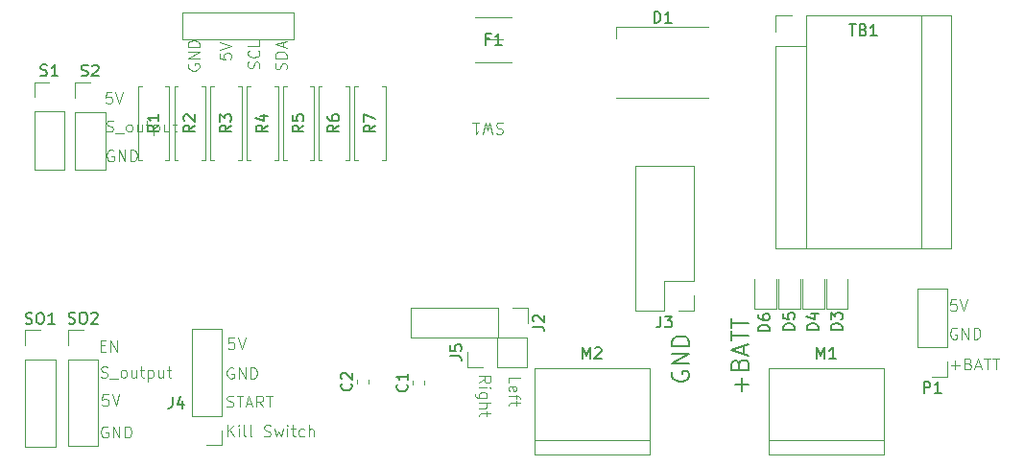
<source format=gbr>
%TF.GenerationSoftware,KiCad,Pcbnew,7.0.7*%
%TF.CreationDate,2025-01-17T17:57:09+01:00*%
%TF.ProjectId,minisumov3,6d696e69-7375-46d6-9f76-332e6b696361,rev?*%
%TF.SameCoordinates,Original*%
%TF.FileFunction,Legend,Top*%
%TF.FilePolarity,Positive*%
%FSLAX46Y46*%
G04 Gerber Fmt 4.6, Leading zero omitted, Abs format (unit mm)*
G04 Created by KiCad (PCBNEW 7.0.7) date 2025-01-17 17:57:09*
%MOMM*%
%LPD*%
G01*
G04 APERTURE LIST*
%ADD10C,0.187500*%
%ADD11C,0.125000*%
%ADD12C,0.150000*%
%ADD13C,0.100000*%
%ADD14C,0.120000*%
G04 APERTURE END LIST*
D10*
X172990250Y-113019502D02*
X172990250Y-111876645D01*
X173561678Y-112448073D02*
X172418821Y-112448073D01*
X172775964Y-110662359D02*
X172847392Y-110448073D01*
X172847392Y-110448073D02*
X172918821Y-110376644D01*
X172918821Y-110376644D02*
X173061678Y-110305216D01*
X173061678Y-110305216D02*
X173275964Y-110305216D01*
X173275964Y-110305216D02*
X173418821Y-110376644D01*
X173418821Y-110376644D02*
X173490250Y-110448073D01*
X173490250Y-110448073D02*
X173561678Y-110590930D01*
X173561678Y-110590930D02*
X173561678Y-111162359D01*
X173561678Y-111162359D02*
X172061678Y-111162359D01*
X172061678Y-111162359D02*
X172061678Y-110662359D01*
X172061678Y-110662359D02*
X172133107Y-110519502D01*
X172133107Y-110519502D02*
X172204535Y-110448073D01*
X172204535Y-110448073D02*
X172347392Y-110376644D01*
X172347392Y-110376644D02*
X172490250Y-110376644D01*
X172490250Y-110376644D02*
X172633107Y-110448073D01*
X172633107Y-110448073D02*
X172704535Y-110519502D01*
X172704535Y-110519502D02*
X172775964Y-110662359D01*
X172775964Y-110662359D02*
X172775964Y-111162359D01*
X173133107Y-109733787D02*
X173133107Y-109019502D01*
X173561678Y-109876644D02*
X172061678Y-109376644D01*
X172061678Y-109376644D02*
X173561678Y-108876644D01*
X172061678Y-108590930D02*
X172061678Y-107733788D01*
X173561678Y-108162359D02*
X172061678Y-108162359D01*
X172061678Y-107448073D02*
X172061678Y-106590931D01*
X173561678Y-107019502D02*
X172061678Y-107019502D01*
X166933107Y-111333787D02*
X166861678Y-111476645D01*
X166861678Y-111476645D02*
X166861678Y-111690930D01*
X166861678Y-111690930D02*
X166933107Y-111905216D01*
X166933107Y-111905216D02*
X167075964Y-112048073D01*
X167075964Y-112048073D02*
X167218821Y-112119502D01*
X167218821Y-112119502D02*
X167504535Y-112190930D01*
X167504535Y-112190930D02*
X167718821Y-112190930D01*
X167718821Y-112190930D02*
X168004535Y-112119502D01*
X168004535Y-112119502D02*
X168147392Y-112048073D01*
X168147392Y-112048073D02*
X168290250Y-111905216D01*
X168290250Y-111905216D02*
X168361678Y-111690930D01*
X168361678Y-111690930D02*
X168361678Y-111548073D01*
X168361678Y-111548073D02*
X168290250Y-111333787D01*
X168290250Y-111333787D02*
X168218821Y-111262359D01*
X168218821Y-111262359D02*
X167718821Y-111262359D01*
X167718821Y-111262359D02*
X167718821Y-111548073D01*
X168361678Y-110619502D02*
X166861678Y-110619502D01*
X166861678Y-110619502D02*
X168361678Y-109762359D01*
X168361678Y-109762359D02*
X166861678Y-109762359D01*
X168361678Y-109048073D02*
X166861678Y-109048073D01*
X166861678Y-109048073D02*
X166861678Y-108690930D01*
X166861678Y-108690930D02*
X166933107Y-108476644D01*
X166933107Y-108476644D02*
X167075964Y-108333787D01*
X167075964Y-108333787D02*
X167218821Y-108262358D01*
X167218821Y-108262358D02*
X167504535Y-108190930D01*
X167504535Y-108190930D02*
X167718821Y-108190930D01*
X167718821Y-108190930D02*
X168004535Y-108262358D01*
X168004535Y-108262358D02*
X168147392Y-108333787D01*
X168147392Y-108333787D02*
X168290250Y-108476644D01*
X168290250Y-108476644D02*
X168361678Y-108690930D01*
X168361678Y-108690930D02*
X168361678Y-109048073D01*
D11*
X132793500Y-84627287D02*
X132841119Y-84484430D01*
X132841119Y-84484430D02*
X132841119Y-84246335D01*
X132841119Y-84246335D02*
X132793500Y-84151097D01*
X132793500Y-84151097D02*
X132745880Y-84103478D01*
X132745880Y-84103478D02*
X132650642Y-84055859D01*
X132650642Y-84055859D02*
X132555404Y-84055859D01*
X132555404Y-84055859D02*
X132460166Y-84103478D01*
X132460166Y-84103478D02*
X132412547Y-84151097D01*
X132412547Y-84151097D02*
X132364928Y-84246335D01*
X132364928Y-84246335D02*
X132317309Y-84436811D01*
X132317309Y-84436811D02*
X132269690Y-84532049D01*
X132269690Y-84532049D02*
X132222071Y-84579668D01*
X132222071Y-84579668D02*
X132126833Y-84627287D01*
X132126833Y-84627287D02*
X132031595Y-84627287D01*
X132031595Y-84627287D02*
X131936357Y-84579668D01*
X131936357Y-84579668D02*
X131888738Y-84532049D01*
X131888738Y-84532049D02*
X131841119Y-84436811D01*
X131841119Y-84436811D02*
X131841119Y-84198716D01*
X131841119Y-84198716D02*
X131888738Y-84055859D01*
X132841119Y-83627287D02*
X131841119Y-83627287D01*
X131841119Y-83627287D02*
X131841119Y-83389192D01*
X131841119Y-83389192D02*
X131888738Y-83246335D01*
X131888738Y-83246335D02*
X131983976Y-83151097D01*
X131983976Y-83151097D02*
X132079214Y-83103478D01*
X132079214Y-83103478D02*
X132269690Y-83055859D01*
X132269690Y-83055859D02*
X132412547Y-83055859D01*
X132412547Y-83055859D02*
X132603023Y-83103478D01*
X132603023Y-83103478D02*
X132698261Y-83151097D01*
X132698261Y-83151097D02*
X132793500Y-83246335D01*
X132793500Y-83246335D02*
X132841119Y-83389192D01*
X132841119Y-83389192D02*
X132841119Y-83627287D01*
X132555404Y-82674906D02*
X132555404Y-82198716D01*
X132841119Y-82770144D02*
X131841119Y-82436811D01*
X131841119Y-82436811D02*
X132841119Y-82103478D01*
X130393500Y-84527287D02*
X130441119Y-84384430D01*
X130441119Y-84384430D02*
X130441119Y-84146335D01*
X130441119Y-84146335D02*
X130393500Y-84051097D01*
X130393500Y-84051097D02*
X130345880Y-84003478D01*
X130345880Y-84003478D02*
X130250642Y-83955859D01*
X130250642Y-83955859D02*
X130155404Y-83955859D01*
X130155404Y-83955859D02*
X130060166Y-84003478D01*
X130060166Y-84003478D02*
X130012547Y-84051097D01*
X130012547Y-84051097D02*
X129964928Y-84146335D01*
X129964928Y-84146335D02*
X129917309Y-84336811D01*
X129917309Y-84336811D02*
X129869690Y-84432049D01*
X129869690Y-84432049D02*
X129822071Y-84479668D01*
X129822071Y-84479668D02*
X129726833Y-84527287D01*
X129726833Y-84527287D02*
X129631595Y-84527287D01*
X129631595Y-84527287D02*
X129536357Y-84479668D01*
X129536357Y-84479668D02*
X129488738Y-84432049D01*
X129488738Y-84432049D02*
X129441119Y-84336811D01*
X129441119Y-84336811D02*
X129441119Y-84098716D01*
X129441119Y-84098716D02*
X129488738Y-83955859D01*
X130345880Y-82955859D02*
X130393500Y-83003478D01*
X130393500Y-83003478D02*
X130441119Y-83146335D01*
X130441119Y-83146335D02*
X130441119Y-83241573D01*
X130441119Y-83241573D02*
X130393500Y-83384430D01*
X130393500Y-83384430D02*
X130298261Y-83479668D01*
X130298261Y-83479668D02*
X130203023Y-83527287D01*
X130203023Y-83527287D02*
X130012547Y-83574906D01*
X130012547Y-83574906D02*
X129869690Y-83574906D01*
X129869690Y-83574906D02*
X129679214Y-83527287D01*
X129679214Y-83527287D02*
X129583976Y-83479668D01*
X129583976Y-83479668D02*
X129488738Y-83384430D01*
X129488738Y-83384430D02*
X129441119Y-83241573D01*
X129441119Y-83241573D02*
X129441119Y-83146335D01*
X129441119Y-83146335D02*
X129488738Y-83003478D01*
X129488738Y-83003478D02*
X129536357Y-82955859D01*
X130441119Y-82051097D02*
X130441119Y-82527287D01*
X130441119Y-82527287D02*
X129441119Y-82527287D01*
X124188738Y-84155859D02*
X124141119Y-84251097D01*
X124141119Y-84251097D02*
X124141119Y-84393954D01*
X124141119Y-84393954D02*
X124188738Y-84536811D01*
X124188738Y-84536811D02*
X124283976Y-84632049D01*
X124283976Y-84632049D02*
X124379214Y-84679668D01*
X124379214Y-84679668D02*
X124569690Y-84727287D01*
X124569690Y-84727287D02*
X124712547Y-84727287D01*
X124712547Y-84727287D02*
X124903023Y-84679668D01*
X124903023Y-84679668D02*
X124998261Y-84632049D01*
X124998261Y-84632049D02*
X125093500Y-84536811D01*
X125093500Y-84536811D02*
X125141119Y-84393954D01*
X125141119Y-84393954D02*
X125141119Y-84298716D01*
X125141119Y-84298716D02*
X125093500Y-84155859D01*
X125093500Y-84155859D02*
X125045880Y-84108240D01*
X125045880Y-84108240D02*
X124712547Y-84108240D01*
X124712547Y-84108240D02*
X124712547Y-84298716D01*
X125141119Y-83679668D02*
X124141119Y-83679668D01*
X124141119Y-83679668D02*
X125141119Y-83108240D01*
X125141119Y-83108240D02*
X124141119Y-83108240D01*
X125141119Y-82632049D02*
X124141119Y-82632049D01*
X124141119Y-82632049D02*
X124141119Y-82393954D01*
X124141119Y-82393954D02*
X124188738Y-82251097D01*
X124188738Y-82251097D02*
X124283976Y-82155859D01*
X124283976Y-82155859D02*
X124379214Y-82108240D01*
X124379214Y-82108240D02*
X124569690Y-82060621D01*
X124569690Y-82060621D02*
X124712547Y-82060621D01*
X124712547Y-82060621D02*
X124903023Y-82108240D01*
X124903023Y-82108240D02*
X124998261Y-82155859D01*
X124998261Y-82155859D02*
X125093500Y-82251097D01*
X125093500Y-82251097D02*
X125141119Y-82393954D01*
X125141119Y-82393954D02*
X125141119Y-82632049D01*
X126941119Y-83203478D02*
X126941119Y-83679668D01*
X126941119Y-83679668D02*
X127417309Y-83727287D01*
X127417309Y-83727287D02*
X127369690Y-83679668D01*
X127369690Y-83679668D02*
X127322071Y-83584430D01*
X127322071Y-83584430D02*
X127322071Y-83346335D01*
X127322071Y-83346335D02*
X127369690Y-83251097D01*
X127369690Y-83251097D02*
X127417309Y-83203478D01*
X127417309Y-83203478D02*
X127512547Y-83155859D01*
X127512547Y-83155859D02*
X127750642Y-83155859D01*
X127750642Y-83155859D02*
X127845880Y-83203478D01*
X127845880Y-83203478D02*
X127893500Y-83251097D01*
X127893500Y-83251097D02*
X127941119Y-83346335D01*
X127941119Y-83346335D02*
X127941119Y-83584430D01*
X127941119Y-83584430D02*
X127893500Y-83679668D01*
X127893500Y-83679668D02*
X127845880Y-83727287D01*
X126941119Y-82870144D02*
X127941119Y-82536811D01*
X127941119Y-82536811D02*
X126941119Y-82203478D01*
X191420331Y-110760166D02*
X192182236Y-110760166D01*
X191801283Y-111141119D02*
X191801283Y-110379214D01*
X192991759Y-110617309D02*
X193134616Y-110664928D01*
X193134616Y-110664928D02*
X193182235Y-110712547D01*
X193182235Y-110712547D02*
X193229854Y-110807785D01*
X193229854Y-110807785D02*
X193229854Y-110950642D01*
X193229854Y-110950642D02*
X193182235Y-111045880D01*
X193182235Y-111045880D02*
X193134616Y-111093500D01*
X193134616Y-111093500D02*
X193039378Y-111141119D01*
X193039378Y-111141119D02*
X192658426Y-111141119D01*
X192658426Y-111141119D02*
X192658426Y-110141119D01*
X192658426Y-110141119D02*
X192991759Y-110141119D01*
X192991759Y-110141119D02*
X193086997Y-110188738D01*
X193086997Y-110188738D02*
X193134616Y-110236357D01*
X193134616Y-110236357D02*
X193182235Y-110331595D01*
X193182235Y-110331595D02*
X193182235Y-110426833D01*
X193182235Y-110426833D02*
X193134616Y-110522071D01*
X193134616Y-110522071D02*
X193086997Y-110569690D01*
X193086997Y-110569690D02*
X192991759Y-110617309D01*
X192991759Y-110617309D02*
X192658426Y-110617309D01*
X193610807Y-110855404D02*
X194086997Y-110855404D01*
X193515569Y-111141119D02*
X193848902Y-110141119D01*
X193848902Y-110141119D02*
X194182235Y-111141119D01*
X194372712Y-110141119D02*
X194944140Y-110141119D01*
X194658426Y-111141119D02*
X194658426Y-110141119D01*
X195134617Y-110141119D02*
X195706045Y-110141119D01*
X195420331Y-111141119D02*
X195420331Y-110141119D01*
X191944140Y-107488738D02*
X191848902Y-107441119D01*
X191848902Y-107441119D02*
X191706045Y-107441119D01*
X191706045Y-107441119D02*
X191563188Y-107488738D01*
X191563188Y-107488738D02*
X191467950Y-107583976D01*
X191467950Y-107583976D02*
X191420331Y-107679214D01*
X191420331Y-107679214D02*
X191372712Y-107869690D01*
X191372712Y-107869690D02*
X191372712Y-108012547D01*
X191372712Y-108012547D02*
X191420331Y-108203023D01*
X191420331Y-108203023D02*
X191467950Y-108298261D01*
X191467950Y-108298261D02*
X191563188Y-108393500D01*
X191563188Y-108393500D02*
X191706045Y-108441119D01*
X191706045Y-108441119D02*
X191801283Y-108441119D01*
X191801283Y-108441119D02*
X191944140Y-108393500D01*
X191944140Y-108393500D02*
X191991759Y-108345880D01*
X191991759Y-108345880D02*
X191991759Y-108012547D01*
X191991759Y-108012547D02*
X191801283Y-108012547D01*
X192420331Y-108441119D02*
X192420331Y-107441119D01*
X192420331Y-107441119D02*
X192991759Y-108441119D01*
X192991759Y-108441119D02*
X192991759Y-107441119D01*
X193467950Y-108441119D02*
X193467950Y-107441119D01*
X193467950Y-107441119D02*
X193706045Y-107441119D01*
X193706045Y-107441119D02*
X193848902Y-107488738D01*
X193848902Y-107488738D02*
X193944140Y-107583976D01*
X193944140Y-107583976D02*
X193991759Y-107679214D01*
X193991759Y-107679214D02*
X194039378Y-107869690D01*
X194039378Y-107869690D02*
X194039378Y-108012547D01*
X194039378Y-108012547D02*
X193991759Y-108203023D01*
X193991759Y-108203023D02*
X193944140Y-108298261D01*
X193944140Y-108298261D02*
X193848902Y-108393500D01*
X193848902Y-108393500D02*
X193706045Y-108441119D01*
X193706045Y-108441119D02*
X193467950Y-108441119D01*
X191896521Y-104941119D02*
X191420331Y-104941119D01*
X191420331Y-104941119D02*
X191372712Y-105417309D01*
X191372712Y-105417309D02*
X191420331Y-105369690D01*
X191420331Y-105369690D02*
X191515569Y-105322071D01*
X191515569Y-105322071D02*
X191753664Y-105322071D01*
X191753664Y-105322071D02*
X191848902Y-105369690D01*
X191848902Y-105369690D02*
X191896521Y-105417309D01*
X191896521Y-105417309D02*
X191944140Y-105512547D01*
X191944140Y-105512547D02*
X191944140Y-105750642D01*
X191944140Y-105750642D02*
X191896521Y-105845880D01*
X191896521Y-105845880D02*
X191848902Y-105893500D01*
X191848902Y-105893500D02*
X191753664Y-105941119D01*
X191753664Y-105941119D02*
X191515569Y-105941119D01*
X191515569Y-105941119D02*
X191420331Y-105893500D01*
X191420331Y-105893500D02*
X191372712Y-105845880D01*
X192229855Y-104941119D02*
X192563188Y-105941119D01*
X192563188Y-105941119D02*
X192896521Y-104941119D01*
X149828880Y-112291759D02*
X150305071Y-111958426D01*
X149828880Y-111720331D02*
X150828880Y-111720331D01*
X150828880Y-111720331D02*
X150828880Y-112101283D01*
X150828880Y-112101283D02*
X150781261Y-112196521D01*
X150781261Y-112196521D02*
X150733642Y-112244140D01*
X150733642Y-112244140D02*
X150638404Y-112291759D01*
X150638404Y-112291759D02*
X150495547Y-112291759D01*
X150495547Y-112291759D02*
X150400309Y-112244140D01*
X150400309Y-112244140D02*
X150352690Y-112196521D01*
X150352690Y-112196521D02*
X150305071Y-112101283D01*
X150305071Y-112101283D02*
X150305071Y-111720331D01*
X149828880Y-112720331D02*
X150495547Y-112720331D01*
X150828880Y-112720331D02*
X150781261Y-112672712D01*
X150781261Y-112672712D02*
X150733642Y-112720331D01*
X150733642Y-112720331D02*
X150781261Y-112767950D01*
X150781261Y-112767950D02*
X150828880Y-112720331D01*
X150828880Y-112720331D02*
X150733642Y-112720331D01*
X150495547Y-113625092D02*
X149686023Y-113625092D01*
X149686023Y-113625092D02*
X149590785Y-113577473D01*
X149590785Y-113577473D02*
X149543166Y-113529854D01*
X149543166Y-113529854D02*
X149495547Y-113434616D01*
X149495547Y-113434616D02*
X149495547Y-113291759D01*
X149495547Y-113291759D02*
X149543166Y-113196521D01*
X149876500Y-113625092D02*
X149828880Y-113529854D01*
X149828880Y-113529854D02*
X149828880Y-113339378D01*
X149828880Y-113339378D02*
X149876500Y-113244140D01*
X149876500Y-113244140D02*
X149924119Y-113196521D01*
X149924119Y-113196521D02*
X150019357Y-113148902D01*
X150019357Y-113148902D02*
X150305071Y-113148902D01*
X150305071Y-113148902D02*
X150400309Y-113196521D01*
X150400309Y-113196521D02*
X150447928Y-113244140D01*
X150447928Y-113244140D02*
X150495547Y-113339378D01*
X150495547Y-113339378D02*
X150495547Y-113529854D01*
X150495547Y-113529854D02*
X150447928Y-113625092D01*
X149828880Y-114101283D02*
X150828880Y-114101283D01*
X149828880Y-114529854D02*
X150352690Y-114529854D01*
X150352690Y-114529854D02*
X150447928Y-114482235D01*
X150447928Y-114482235D02*
X150495547Y-114386997D01*
X150495547Y-114386997D02*
X150495547Y-114244140D01*
X150495547Y-114244140D02*
X150447928Y-114148902D01*
X150447928Y-114148902D02*
X150400309Y-114101283D01*
X150495547Y-114863188D02*
X150495547Y-115244140D01*
X150828880Y-115006045D02*
X149971738Y-115006045D01*
X149971738Y-115006045D02*
X149876500Y-115053664D01*
X149876500Y-115053664D02*
X149828880Y-115148902D01*
X149828880Y-115148902D02*
X149828880Y-115244140D01*
X152428880Y-112296521D02*
X152428880Y-111820331D01*
X152428880Y-111820331D02*
X153428880Y-111820331D01*
X152476500Y-113010807D02*
X152428880Y-112915569D01*
X152428880Y-112915569D02*
X152428880Y-112725093D01*
X152428880Y-112725093D02*
X152476500Y-112629855D01*
X152476500Y-112629855D02*
X152571738Y-112582236D01*
X152571738Y-112582236D02*
X152952690Y-112582236D01*
X152952690Y-112582236D02*
X153047928Y-112629855D01*
X153047928Y-112629855D02*
X153095547Y-112725093D01*
X153095547Y-112725093D02*
X153095547Y-112915569D01*
X153095547Y-112915569D02*
X153047928Y-113010807D01*
X153047928Y-113010807D02*
X152952690Y-113058426D01*
X152952690Y-113058426D02*
X152857452Y-113058426D01*
X152857452Y-113058426D02*
X152762214Y-112582236D01*
X153095547Y-113344141D02*
X153095547Y-113725093D01*
X152428880Y-113486998D02*
X153286023Y-113486998D01*
X153286023Y-113486998D02*
X153381261Y-113534617D01*
X153381261Y-113534617D02*
X153428880Y-113629855D01*
X153428880Y-113629855D02*
X153428880Y-113725093D01*
X153095547Y-113915570D02*
X153095547Y-114296522D01*
X153428880Y-114058427D02*
X152571738Y-114058427D01*
X152571738Y-114058427D02*
X152476500Y-114106046D01*
X152476500Y-114106046D02*
X152428880Y-114201284D01*
X152428880Y-114201284D02*
X152428880Y-114296522D01*
X127620331Y-117041119D02*
X127620331Y-116041119D01*
X128191759Y-117041119D02*
X127763188Y-116469690D01*
X128191759Y-116041119D02*
X127620331Y-116612547D01*
X128620331Y-117041119D02*
X128620331Y-116374452D01*
X128620331Y-116041119D02*
X128572712Y-116088738D01*
X128572712Y-116088738D02*
X128620331Y-116136357D01*
X128620331Y-116136357D02*
X128667950Y-116088738D01*
X128667950Y-116088738D02*
X128620331Y-116041119D01*
X128620331Y-116041119D02*
X128620331Y-116136357D01*
X129239378Y-117041119D02*
X129144140Y-116993500D01*
X129144140Y-116993500D02*
X129096521Y-116898261D01*
X129096521Y-116898261D02*
X129096521Y-116041119D01*
X129763188Y-117041119D02*
X129667950Y-116993500D01*
X129667950Y-116993500D02*
X129620331Y-116898261D01*
X129620331Y-116898261D02*
X129620331Y-116041119D01*
X130858427Y-116993500D02*
X131001284Y-117041119D01*
X131001284Y-117041119D02*
X131239379Y-117041119D01*
X131239379Y-117041119D02*
X131334617Y-116993500D01*
X131334617Y-116993500D02*
X131382236Y-116945880D01*
X131382236Y-116945880D02*
X131429855Y-116850642D01*
X131429855Y-116850642D02*
X131429855Y-116755404D01*
X131429855Y-116755404D02*
X131382236Y-116660166D01*
X131382236Y-116660166D02*
X131334617Y-116612547D01*
X131334617Y-116612547D02*
X131239379Y-116564928D01*
X131239379Y-116564928D02*
X131048903Y-116517309D01*
X131048903Y-116517309D02*
X130953665Y-116469690D01*
X130953665Y-116469690D02*
X130906046Y-116422071D01*
X130906046Y-116422071D02*
X130858427Y-116326833D01*
X130858427Y-116326833D02*
X130858427Y-116231595D01*
X130858427Y-116231595D02*
X130906046Y-116136357D01*
X130906046Y-116136357D02*
X130953665Y-116088738D01*
X130953665Y-116088738D02*
X131048903Y-116041119D01*
X131048903Y-116041119D02*
X131286998Y-116041119D01*
X131286998Y-116041119D02*
X131429855Y-116088738D01*
X131763189Y-116374452D02*
X131953665Y-117041119D01*
X131953665Y-117041119D02*
X132144141Y-116564928D01*
X132144141Y-116564928D02*
X132334617Y-117041119D01*
X132334617Y-117041119D02*
X132525093Y-116374452D01*
X132906046Y-117041119D02*
X132906046Y-116374452D01*
X132906046Y-116041119D02*
X132858427Y-116088738D01*
X132858427Y-116088738D02*
X132906046Y-116136357D01*
X132906046Y-116136357D02*
X132953665Y-116088738D01*
X132953665Y-116088738D02*
X132906046Y-116041119D01*
X132906046Y-116041119D02*
X132906046Y-116136357D01*
X133239379Y-116374452D02*
X133620331Y-116374452D01*
X133382236Y-116041119D02*
X133382236Y-116898261D01*
X133382236Y-116898261D02*
X133429855Y-116993500D01*
X133429855Y-116993500D02*
X133525093Y-117041119D01*
X133525093Y-117041119D02*
X133620331Y-117041119D01*
X134382236Y-116993500D02*
X134286998Y-117041119D01*
X134286998Y-117041119D02*
X134096522Y-117041119D01*
X134096522Y-117041119D02*
X134001284Y-116993500D01*
X134001284Y-116993500D02*
X133953665Y-116945880D01*
X133953665Y-116945880D02*
X133906046Y-116850642D01*
X133906046Y-116850642D02*
X133906046Y-116564928D01*
X133906046Y-116564928D02*
X133953665Y-116469690D01*
X133953665Y-116469690D02*
X134001284Y-116422071D01*
X134001284Y-116422071D02*
X134096522Y-116374452D01*
X134096522Y-116374452D02*
X134286998Y-116374452D01*
X134286998Y-116374452D02*
X134382236Y-116422071D01*
X134810808Y-117041119D02*
X134810808Y-116041119D01*
X135239379Y-117041119D02*
X135239379Y-116517309D01*
X135239379Y-116517309D02*
X135191760Y-116422071D01*
X135191760Y-116422071D02*
X135096522Y-116374452D01*
X135096522Y-116374452D02*
X134953665Y-116374452D01*
X134953665Y-116374452D02*
X134858427Y-116422071D01*
X134858427Y-116422071D02*
X134810808Y-116469690D01*
X127572712Y-114393500D02*
X127715569Y-114441119D01*
X127715569Y-114441119D02*
X127953664Y-114441119D01*
X127953664Y-114441119D02*
X128048902Y-114393500D01*
X128048902Y-114393500D02*
X128096521Y-114345880D01*
X128096521Y-114345880D02*
X128144140Y-114250642D01*
X128144140Y-114250642D02*
X128144140Y-114155404D01*
X128144140Y-114155404D02*
X128096521Y-114060166D01*
X128096521Y-114060166D02*
X128048902Y-114012547D01*
X128048902Y-114012547D02*
X127953664Y-113964928D01*
X127953664Y-113964928D02*
X127763188Y-113917309D01*
X127763188Y-113917309D02*
X127667950Y-113869690D01*
X127667950Y-113869690D02*
X127620331Y-113822071D01*
X127620331Y-113822071D02*
X127572712Y-113726833D01*
X127572712Y-113726833D02*
X127572712Y-113631595D01*
X127572712Y-113631595D02*
X127620331Y-113536357D01*
X127620331Y-113536357D02*
X127667950Y-113488738D01*
X127667950Y-113488738D02*
X127763188Y-113441119D01*
X127763188Y-113441119D02*
X128001283Y-113441119D01*
X128001283Y-113441119D02*
X128144140Y-113488738D01*
X128429855Y-113441119D02*
X129001283Y-113441119D01*
X128715569Y-114441119D02*
X128715569Y-113441119D01*
X129286998Y-114155404D02*
X129763188Y-114155404D01*
X129191760Y-114441119D02*
X129525093Y-113441119D01*
X129525093Y-113441119D02*
X129858426Y-114441119D01*
X130763188Y-114441119D02*
X130429855Y-113964928D01*
X130191760Y-114441119D02*
X130191760Y-113441119D01*
X130191760Y-113441119D02*
X130572712Y-113441119D01*
X130572712Y-113441119D02*
X130667950Y-113488738D01*
X130667950Y-113488738D02*
X130715569Y-113536357D01*
X130715569Y-113536357D02*
X130763188Y-113631595D01*
X130763188Y-113631595D02*
X130763188Y-113774452D01*
X130763188Y-113774452D02*
X130715569Y-113869690D01*
X130715569Y-113869690D02*
X130667950Y-113917309D01*
X130667950Y-113917309D02*
X130572712Y-113964928D01*
X130572712Y-113964928D02*
X130191760Y-113964928D01*
X131048903Y-113441119D02*
X131620331Y-113441119D01*
X131334617Y-114441119D02*
X131334617Y-113441119D01*
X128144140Y-110988738D02*
X128048902Y-110941119D01*
X128048902Y-110941119D02*
X127906045Y-110941119D01*
X127906045Y-110941119D02*
X127763188Y-110988738D01*
X127763188Y-110988738D02*
X127667950Y-111083976D01*
X127667950Y-111083976D02*
X127620331Y-111179214D01*
X127620331Y-111179214D02*
X127572712Y-111369690D01*
X127572712Y-111369690D02*
X127572712Y-111512547D01*
X127572712Y-111512547D02*
X127620331Y-111703023D01*
X127620331Y-111703023D02*
X127667950Y-111798261D01*
X127667950Y-111798261D02*
X127763188Y-111893500D01*
X127763188Y-111893500D02*
X127906045Y-111941119D01*
X127906045Y-111941119D02*
X128001283Y-111941119D01*
X128001283Y-111941119D02*
X128144140Y-111893500D01*
X128144140Y-111893500D02*
X128191759Y-111845880D01*
X128191759Y-111845880D02*
X128191759Y-111512547D01*
X128191759Y-111512547D02*
X128001283Y-111512547D01*
X128620331Y-111941119D02*
X128620331Y-110941119D01*
X128620331Y-110941119D02*
X129191759Y-111941119D01*
X129191759Y-111941119D02*
X129191759Y-110941119D01*
X129667950Y-111941119D02*
X129667950Y-110941119D01*
X129667950Y-110941119D02*
X129906045Y-110941119D01*
X129906045Y-110941119D02*
X130048902Y-110988738D01*
X130048902Y-110988738D02*
X130144140Y-111083976D01*
X130144140Y-111083976D02*
X130191759Y-111179214D01*
X130191759Y-111179214D02*
X130239378Y-111369690D01*
X130239378Y-111369690D02*
X130239378Y-111512547D01*
X130239378Y-111512547D02*
X130191759Y-111703023D01*
X130191759Y-111703023D02*
X130144140Y-111798261D01*
X130144140Y-111798261D02*
X130048902Y-111893500D01*
X130048902Y-111893500D02*
X129906045Y-111941119D01*
X129906045Y-111941119D02*
X129667950Y-111941119D01*
X128196521Y-108341119D02*
X127720331Y-108341119D01*
X127720331Y-108341119D02*
X127672712Y-108817309D01*
X127672712Y-108817309D02*
X127720331Y-108769690D01*
X127720331Y-108769690D02*
X127815569Y-108722071D01*
X127815569Y-108722071D02*
X128053664Y-108722071D01*
X128053664Y-108722071D02*
X128148902Y-108769690D01*
X128148902Y-108769690D02*
X128196521Y-108817309D01*
X128196521Y-108817309D02*
X128244140Y-108912547D01*
X128244140Y-108912547D02*
X128244140Y-109150642D01*
X128244140Y-109150642D02*
X128196521Y-109245880D01*
X128196521Y-109245880D02*
X128148902Y-109293500D01*
X128148902Y-109293500D02*
X128053664Y-109341119D01*
X128053664Y-109341119D02*
X127815569Y-109341119D01*
X127815569Y-109341119D02*
X127720331Y-109293500D01*
X127720331Y-109293500D02*
X127672712Y-109245880D01*
X128529855Y-108341119D02*
X128863188Y-109341119D01*
X128863188Y-109341119D02*
X129196521Y-108341119D01*
X117044140Y-116188738D02*
X116948902Y-116141119D01*
X116948902Y-116141119D02*
X116806045Y-116141119D01*
X116806045Y-116141119D02*
X116663188Y-116188738D01*
X116663188Y-116188738D02*
X116567950Y-116283976D01*
X116567950Y-116283976D02*
X116520331Y-116379214D01*
X116520331Y-116379214D02*
X116472712Y-116569690D01*
X116472712Y-116569690D02*
X116472712Y-116712547D01*
X116472712Y-116712547D02*
X116520331Y-116903023D01*
X116520331Y-116903023D02*
X116567950Y-116998261D01*
X116567950Y-116998261D02*
X116663188Y-117093500D01*
X116663188Y-117093500D02*
X116806045Y-117141119D01*
X116806045Y-117141119D02*
X116901283Y-117141119D01*
X116901283Y-117141119D02*
X117044140Y-117093500D01*
X117044140Y-117093500D02*
X117091759Y-117045880D01*
X117091759Y-117045880D02*
X117091759Y-116712547D01*
X117091759Y-116712547D02*
X116901283Y-116712547D01*
X117520331Y-117141119D02*
X117520331Y-116141119D01*
X117520331Y-116141119D02*
X118091759Y-117141119D01*
X118091759Y-117141119D02*
X118091759Y-116141119D01*
X118567950Y-117141119D02*
X118567950Y-116141119D01*
X118567950Y-116141119D02*
X118806045Y-116141119D01*
X118806045Y-116141119D02*
X118948902Y-116188738D01*
X118948902Y-116188738D02*
X119044140Y-116283976D01*
X119044140Y-116283976D02*
X119091759Y-116379214D01*
X119091759Y-116379214D02*
X119139378Y-116569690D01*
X119139378Y-116569690D02*
X119139378Y-116712547D01*
X119139378Y-116712547D02*
X119091759Y-116903023D01*
X119091759Y-116903023D02*
X119044140Y-116998261D01*
X119044140Y-116998261D02*
X118948902Y-117093500D01*
X118948902Y-117093500D02*
X118806045Y-117141119D01*
X118806045Y-117141119D02*
X118567950Y-117141119D01*
X117096521Y-113341119D02*
X116620331Y-113341119D01*
X116620331Y-113341119D02*
X116572712Y-113817309D01*
X116572712Y-113817309D02*
X116620331Y-113769690D01*
X116620331Y-113769690D02*
X116715569Y-113722071D01*
X116715569Y-113722071D02*
X116953664Y-113722071D01*
X116953664Y-113722071D02*
X117048902Y-113769690D01*
X117048902Y-113769690D02*
X117096521Y-113817309D01*
X117096521Y-113817309D02*
X117144140Y-113912547D01*
X117144140Y-113912547D02*
X117144140Y-114150642D01*
X117144140Y-114150642D02*
X117096521Y-114245880D01*
X117096521Y-114245880D02*
X117048902Y-114293500D01*
X117048902Y-114293500D02*
X116953664Y-114341119D01*
X116953664Y-114341119D02*
X116715569Y-114341119D01*
X116715569Y-114341119D02*
X116620331Y-114293500D01*
X116620331Y-114293500D02*
X116572712Y-114245880D01*
X117429855Y-113341119D02*
X117763188Y-114341119D01*
X117763188Y-114341119D02*
X118096521Y-113341119D01*
X116472712Y-111793500D02*
X116615569Y-111841119D01*
X116615569Y-111841119D02*
X116853664Y-111841119D01*
X116853664Y-111841119D02*
X116948902Y-111793500D01*
X116948902Y-111793500D02*
X116996521Y-111745880D01*
X116996521Y-111745880D02*
X117044140Y-111650642D01*
X117044140Y-111650642D02*
X117044140Y-111555404D01*
X117044140Y-111555404D02*
X116996521Y-111460166D01*
X116996521Y-111460166D02*
X116948902Y-111412547D01*
X116948902Y-111412547D02*
X116853664Y-111364928D01*
X116853664Y-111364928D02*
X116663188Y-111317309D01*
X116663188Y-111317309D02*
X116567950Y-111269690D01*
X116567950Y-111269690D02*
X116520331Y-111222071D01*
X116520331Y-111222071D02*
X116472712Y-111126833D01*
X116472712Y-111126833D02*
X116472712Y-111031595D01*
X116472712Y-111031595D02*
X116520331Y-110936357D01*
X116520331Y-110936357D02*
X116567950Y-110888738D01*
X116567950Y-110888738D02*
X116663188Y-110841119D01*
X116663188Y-110841119D02*
X116901283Y-110841119D01*
X116901283Y-110841119D02*
X117044140Y-110888738D01*
X117234617Y-111936357D02*
X117996521Y-111936357D01*
X118377474Y-111841119D02*
X118282236Y-111793500D01*
X118282236Y-111793500D02*
X118234617Y-111745880D01*
X118234617Y-111745880D02*
X118186998Y-111650642D01*
X118186998Y-111650642D02*
X118186998Y-111364928D01*
X118186998Y-111364928D02*
X118234617Y-111269690D01*
X118234617Y-111269690D02*
X118282236Y-111222071D01*
X118282236Y-111222071D02*
X118377474Y-111174452D01*
X118377474Y-111174452D02*
X118520331Y-111174452D01*
X118520331Y-111174452D02*
X118615569Y-111222071D01*
X118615569Y-111222071D02*
X118663188Y-111269690D01*
X118663188Y-111269690D02*
X118710807Y-111364928D01*
X118710807Y-111364928D02*
X118710807Y-111650642D01*
X118710807Y-111650642D02*
X118663188Y-111745880D01*
X118663188Y-111745880D02*
X118615569Y-111793500D01*
X118615569Y-111793500D02*
X118520331Y-111841119D01*
X118520331Y-111841119D02*
X118377474Y-111841119D01*
X119567950Y-111174452D02*
X119567950Y-111841119D01*
X119139379Y-111174452D02*
X119139379Y-111698261D01*
X119139379Y-111698261D02*
X119186998Y-111793500D01*
X119186998Y-111793500D02*
X119282236Y-111841119D01*
X119282236Y-111841119D02*
X119425093Y-111841119D01*
X119425093Y-111841119D02*
X119520331Y-111793500D01*
X119520331Y-111793500D02*
X119567950Y-111745880D01*
X119901284Y-111174452D02*
X120282236Y-111174452D01*
X120044141Y-110841119D02*
X120044141Y-111698261D01*
X120044141Y-111698261D02*
X120091760Y-111793500D01*
X120091760Y-111793500D02*
X120186998Y-111841119D01*
X120186998Y-111841119D02*
X120282236Y-111841119D01*
X120615570Y-111174452D02*
X120615570Y-112174452D01*
X120615570Y-111222071D02*
X120710808Y-111174452D01*
X120710808Y-111174452D02*
X120901284Y-111174452D01*
X120901284Y-111174452D02*
X120996522Y-111222071D01*
X120996522Y-111222071D02*
X121044141Y-111269690D01*
X121044141Y-111269690D02*
X121091760Y-111364928D01*
X121091760Y-111364928D02*
X121091760Y-111650642D01*
X121091760Y-111650642D02*
X121044141Y-111745880D01*
X121044141Y-111745880D02*
X120996522Y-111793500D01*
X120996522Y-111793500D02*
X120901284Y-111841119D01*
X120901284Y-111841119D02*
X120710808Y-111841119D01*
X120710808Y-111841119D02*
X120615570Y-111793500D01*
X121948903Y-111174452D02*
X121948903Y-111841119D01*
X121520332Y-111174452D02*
X121520332Y-111698261D01*
X121520332Y-111698261D02*
X121567951Y-111793500D01*
X121567951Y-111793500D02*
X121663189Y-111841119D01*
X121663189Y-111841119D02*
X121806046Y-111841119D01*
X121806046Y-111841119D02*
X121901284Y-111793500D01*
X121901284Y-111793500D02*
X121948903Y-111745880D01*
X122282237Y-111174452D02*
X122663189Y-111174452D01*
X122425094Y-110841119D02*
X122425094Y-111698261D01*
X122425094Y-111698261D02*
X122472713Y-111793500D01*
X122472713Y-111793500D02*
X122567951Y-111841119D01*
X122567951Y-111841119D02*
X122663189Y-111841119D01*
X116420331Y-109017309D02*
X116753664Y-109017309D01*
X116896521Y-109541119D02*
X116420331Y-109541119D01*
X116420331Y-109541119D02*
X116420331Y-108541119D01*
X116420331Y-108541119D02*
X116896521Y-108541119D01*
X117325093Y-109541119D02*
X117325093Y-108541119D01*
X117325093Y-108541119D02*
X117896521Y-109541119D01*
X117896521Y-109541119D02*
X117896521Y-108541119D01*
X117544140Y-91788738D02*
X117448902Y-91741119D01*
X117448902Y-91741119D02*
X117306045Y-91741119D01*
X117306045Y-91741119D02*
X117163188Y-91788738D01*
X117163188Y-91788738D02*
X117067950Y-91883976D01*
X117067950Y-91883976D02*
X117020331Y-91979214D01*
X117020331Y-91979214D02*
X116972712Y-92169690D01*
X116972712Y-92169690D02*
X116972712Y-92312547D01*
X116972712Y-92312547D02*
X117020331Y-92503023D01*
X117020331Y-92503023D02*
X117067950Y-92598261D01*
X117067950Y-92598261D02*
X117163188Y-92693500D01*
X117163188Y-92693500D02*
X117306045Y-92741119D01*
X117306045Y-92741119D02*
X117401283Y-92741119D01*
X117401283Y-92741119D02*
X117544140Y-92693500D01*
X117544140Y-92693500D02*
X117591759Y-92645880D01*
X117591759Y-92645880D02*
X117591759Y-92312547D01*
X117591759Y-92312547D02*
X117401283Y-92312547D01*
X118020331Y-92741119D02*
X118020331Y-91741119D01*
X118020331Y-91741119D02*
X118591759Y-92741119D01*
X118591759Y-92741119D02*
X118591759Y-91741119D01*
X119067950Y-92741119D02*
X119067950Y-91741119D01*
X119067950Y-91741119D02*
X119306045Y-91741119D01*
X119306045Y-91741119D02*
X119448902Y-91788738D01*
X119448902Y-91788738D02*
X119544140Y-91883976D01*
X119544140Y-91883976D02*
X119591759Y-91979214D01*
X119591759Y-91979214D02*
X119639378Y-92169690D01*
X119639378Y-92169690D02*
X119639378Y-92312547D01*
X119639378Y-92312547D02*
X119591759Y-92503023D01*
X119591759Y-92503023D02*
X119544140Y-92598261D01*
X119544140Y-92598261D02*
X119448902Y-92693500D01*
X119448902Y-92693500D02*
X119306045Y-92741119D01*
X119306045Y-92741119D02*
X119067950Y-92741119D01*
X116972712Y-90093500D02*
X117115569Y-90141119D01*
X117115569Y-90141119D02*
X117353664Y-90141119D01*
X117353664Y-90141119D02*
X117448902Y-90093500D01*
X117448902Y-90093500D02*
X117496521Y-90045880D01*
X117496521Y-90045880D02*
X117544140Y-89950642D01*
X117544140Y-89950642D02*
X117544140Y-89855404D01*
X117544140Y-89855404D02*
X117496521Y-89760166D01*
X117496521Y-89760166D02*
X117448902Y-89712547D01*
X117448902Y-89712547D02*
X117353664Y-89664928D01*
X117353664Y-89664928D02*
X117163188Y-89617309D01*
X117163188Y-89617309D02*
X117067950Y-89569690D01*
X117067950Y-89569690D02*
X117020331Y-89522071D01*
X117020331Y-89522071D02*
X116972712Y-89426833D01*
X116972712Y-89426833D02*
X116972712Y-89331595D01*
X116972712Y-89331595D02*
X117020331Y-89236357D01*
X117020331Y-89236357D02*
X117067950Y-89188738D01*
X117067950Y-89188738D02*
X117163188Y-89141119D01*
X117163188Y-89141119D02*
X117401283Y-89141119D01*
X117401283Y-89141119D02*
X117544140Y-89188738D01*
X117734617Y-90236357D02*
X118496521Y-90236357D01*
X118877474Y-90141119D02*
X118782236Y-90093500D01*
X118782236Y-90093500D02*
X118734617Y-90045880D01*
X118734617Y-90045880D02*
X118686998Y-89950642D01*
X118686998Y-89950642D02*
X118686998Y-89664928D01*
X118686998Y-89664928D02*
X118734617Y-89569690D01*
X118734617Y-89569690D02*
X118782236Y-89522071D01*
X118782236Y-89522071D02*
X118877474Y-89474452D01*
X118877474Y-89474452D02*
X119020331Y-89474452D01*
X119020331Y-89474452D02*
X119115569Y-89522071D01*
X119115569Y-89522071D02*
X119163188Y-89569690D01*
X119163188Y-89569690D02*
X119210807Y-89664928D01*
X119210807Y-89664928D02*
X119210807Y-89950642D01*
X119210807Y-89950642D02*
X119163188Y-90045880D01*
X119163188Y-90045880D02*
X119115569Y-90093500D01*
X119115569Y-90093500D02*
X119020331Y-90141119D01*
X119020331Y-90141119D02*
X118877474Y-90141119D01*
X120067950Y-89474452D02*
X120067950Y-90141119D01*
X119639379Y-89474452D02*
X119639379Y-89998261D01*
X119639379Y-89998261D02*
X119686998Y-90093500D01*
X119686998Y-90093500D02*
X119782236Y-90141119D01*
X119782236Y-90141119D02*
X119925093Y-90141119D01*
X119925093Y-90141119D02*
X120020331Y-90093500D01*
X120020331Y-90093500D02*
X120067950Y-90045880D01*
X120401284Y-89474452D02*
X120782236Y-89474452D01*
X120544141Y-89141119D02*
X120544141Y-89998261D01*
X120544141Y-89998261D02*
X120591760Y-90093500D01*
X120591760Y-90093500D02*
X120686998Y-90141119D01*
X120686998Y-90141119D02*
X120782236Y-90141119D01*
X121115570Y-89474452D02*
X121115570Y-90474452D01*
X121115570Y-89522071D02*
X121210808Y-89474452D01*
X121210808Y-89474452D02*
X121401284Y-89474452D01*
X121401284Y-89474452D02*
X121496522Y-89522071D01*
X121496522Y-89522071D02*
X121544141Y-89569690D01*
X121544141Y-89569690D02*
X121591760Y-89664928D01*
X121591760Y-89664928D02*
X121591760Y-89950642D01*
X121591760Y-89950642D02*
X121544141Y-90045880D01*
X121544141Y-90045880D02*
X121496522Y-90093500D01*
X121496522Y-90093500D02*
X121401284Y-90141119D01*
X121401284Y-90141119D02*
X121210808Y-90141119D01*
X121210808Y-90141119D02*
X121115570Y-90093500D01*
X122448903Y-89474452D02*
X122448903Y-90141119D01*
X122020332Y-89474452D02*
X122020332Y-89998261D01*
X122020332Y-89998261D02*
X122067951Y-90093500D01*
X122067951Y-90093500D02*
X122163189Y-90141119D01*
X122163189Y-90141119D02*
X122306046Y-90141119D01*
X122306046Y-90141119D02*
X122401284Y-90093500D01*
X122401284Y-90093500D02*
X122448903Y-90045880D01*
X122782237Y-89474452D02*
X123163189Y-89474452D01*
X122925094Y-89141119D02*
X122925094Y-89998261D01*
X122925094Y-89998261D02*
X122972713Y-90093500D01*
X122972713Y-90093500D02*
X123067951Y-90141119D01*
X123067951Y-90141119D02*
X123163189Y-90141119D01*
X117396521Y-86641119D02*
X116920331Y-86641119D01*
X116920331Y-86641119D02*
X116872712Y-87117309D01*
X116872712Y-87117309D02*
X116920331Y-87069690D01*
X116920331Y-87069690D02*
X117015569Y-87022071D01*
X117015569Y-87022071D02*
X117253664Y-87022071D01*
X117253664Y-87022071D02*
X117348902Y-87069690D01*
X117348902Y-87069690D02*
X117396521Y-87117309D01*
X117396521Y-87117309D02*
X117444140Y-87212547D01*
X117444140Y-87212547D02*
X117444140Y-87450642D01*
X117444140Y-87450642D02*
X117396521Y-87545880D01*
X117396521Y-87545880D02*
X117348902Y-87593500D01*
X117348902Y-87593500D02*
X117253664Y-87641119D01*
X117253664Y-87641119D02*
X117015569Y-87641119D01*
X117015569Y-87641119D02*
X116920331Y-87593500D01*
X116920331Y-87593500D02*
X116872712Y-87545880D01*
X117729855Y-86641119D02*
X118063188Y-87641119D01*
X118063188Y-87641119D02*
X118396521Y-86641119D01*
D12*
X143429580Y-112441666D02*
X143477200Y-112489285D01*
X143477200Y-112489285D02*
X143524819Y-112632142D01*
X143524819Y-112632142D02*
X143524819Y-112727380D01*
X143524819Y-112727380D02*
X143477200Y-112870237D01*
X143477200Y-112870237D02*
X143381961Y-112965475D01*
X143381961Y-112965475D02*
X143286723Y-113013094D01*
X143286723Y-113013094D02*
X143096247Y-113060713D01*
X143096247Y-113060713D02*
X142953390Y-113060713D01*
X142953390Y-113060713D02*
X142762914Y-113013094D01*
X142762914Y-113013094D02*
X142667676Y-112965475D01*
X142667676Y-112965475D02*
X142572438Y-112870237D01*
X142572438Y-112870237D02*
X142524819Y-112727380D01*
X142524819Y-112727380D02*
X142524819Y-112632142D01*
X142524819Y-112632142D02*
X142572438Y-112489285D01*
X142572438Y-112489285D02*
X142620057Y-112441666D01*
X143524819Y-111489285D02*
X143524819Y-112060713D01*
X143524819Y-111774999D02*
X142524819Y-111774999D01*
X142524819Y-111774999D02*
X142667676Y-111870237D01*
X142667676Y-111870237D02*
X142762914Y-111965475D01*
X142762914Y-111965475D02*
X142810533Y-112060713D01*
X127954819Y-89566666D02*
X127478628Y-89899999D01*
X127954819Y-90138094D02*
X126954819Y-90138094D01*
X126954819Y-90138094D02*
X126954819Y-89757142D01*
X126954819Y-89757142D02*
X127002438Y-89661904D01*
X127002438Y-89661904D02*
X127050057Y-89614285D01*
X127050057Y-89614285D02*
X127145295Y-89566666D01*
X127145295Y-89566666D02*
X127288152Y-89566666D01*
X127288152Y-89566666D02*
X127383390Y-89614285D01*
X127383390Y-89614285D02*
X127431009Y-89661904D01*
X127431009Y-89661904D02*
X127478628Y-89757142D01*
X127478628Y-89757142D02*
X127478628Y-90138094D01*
X126954819Y-89233332D02*
X126954819Y-88614285D01*
X126954819Y-88614285D02*
X127335771Y-88947618D01*
X127335771Y-88947618D02*
X127335771Y-88804761D01*
X127335771Y-88804761D02*
X127383390Y-88709523D01*
X127383390Y-88709523D02*
X127431009Y-88661904D01*
X127431009Y-88661904D02*
X127526247Y-88614285D01*
X127526247Y-88614285D02*
X127764342Y-88614285D01*
X127764342Y-88614285D02*
X127859580Y-88661904D01*
X127859580Y-88661904D02*
X127907200Y-88709523D01*
X127907200Y-88709523D02*
X127954819Y-88804761D01*
X127954819Y-88804761D02*
X127954819Y-89090475D01*
X127954819Y-89090475D02*
X127907200Y-89185713D01*
X127907200Y-89185713D02*
X127859580Y-89233332D01*
X158950476Y-110174819D02*
X158950476Y-109174819D01*
X158950476Y-109174819D02*
X159283809Y-109889104D01*
X159283809Y-109889104D02*
X159617142Y-109174819D01*
X159617142Y-109174819D02*
X159617142Y-110174819D01*
X160045714Y-109270057D02*
X160093333Y-109222438D01*
X160093333Y-109222438D02*
X160188571Y-109174819D01*
X160188571Y-109174819D02*
X160426666Y-109174819D01*
X160426666Y-109174819D02*
X160521904Y-109222438D01*
X160521904Y-109222438D02*
X160569523Y-109270057D01*
X160569523Y-109270057D02*
X160617142Y-109365295D01*
X160617142Y-109365295D02*
X160617142Y-109460533D01*
X160617142Y-109460533D02*
X160569523Y-109603390D01*
X160569523Y-109603390D02*
X159998095Y-110174819D01*
X159998095Y-110174819D02*
X160617142Y-110174819D01*
X109814286Y-107057200D02*
X109957143Y-107104819D01*
X109957143Y-107104819D02*
X110195238Y-107104819D01*
X110195238Y-107104819D02*
X110290476Y-107057200D01*
X110290476Y-107057200D02*
X110338095Y-107009580D01*
X110338095Y-107009580D02*
X110385714Y-106914342D01*
X110385714Y-106914342D02*
X110385714Y-106819104D01*
X110385714Y-106819104D02*
X110338095Y-106723866D01*
X110338095Y-106723866D02*
X110290476Y-106676247D01*
X110290476Y-106676247D02*
X110195238Y-106628628D01*
X110195238Y-106628628D02*
X110004762Y-106581009D01*
X110004762Y-106581009D02*
X109909524Y-106533390D01*
X109909524Y-106533390D02*
X109861905Y-106485771D01*
X109861905Y-106485771D02*
X109814286Y-106390533D01*
X109814286Y-106390533D02*
X109814286Y-106295295D01*
X109814286Y-106295295D02*
X109861905Y-106200057D01*
X109861905Y-106200057D02*
X109909524Y-106152438D01*
X109909524Y-106152438D02*
X110004762Y-106104819D01*
X110004762Y-106104819D02*
X110242857Y-106104819D01*
X110242857Y-106104819D02*
X110385714Y-106152438D01*
X111004762Y-106104819D02*
X111195238Y-106104819D01*
X111195238Y-106104819D02*
X111290476Y-106152438D01*
X111290476Y-106152438D02*
X111385714Y-106247676D01*
X111385714Y-106247676D02*
X111433333Y-106438152D01*
X111433333Y-106438152D02*
X111433333Y-106771485D01*
X111433333Y-106771485D02*
X111385714Y-106961961D01*
X111385714Y-106961961D02*
X111290476Y-107057200D01*
X111290476Y-107057200D02*
X111195238Y-107104819D01*
X111195238Y-107104819D02*
X111004762Y-107104819D01*
X111004762Y-107104819D02*
X110909524Y-107057200D01*
X110909524Y-107057200D02*
X110814286Y-106961961D01*
X110814286Y-106961961D02*
X110766667Y-106771485D01*
X110766667Y-106771485D02*
X110766667Y-106438152D01*
X110766667Y-106438152D02*
X110814286Y-106247676D01*
X110814286Y-106247676D02*
X110909524Y-106152438D01*
X110909524Y-106152438D02*
X111004762Y-106104819D01*
X112385714Y-107104819D02*
X111814286Y-107104819D01*
X112100000Y-107104819D02*
X112100000Y-106104819D01*
X112100000Y-106104819D02*
X112004762Y-106247676D01*
X112004762Y-106247676D02*
X111909524Y-106342914D01*
X111909524Y-106342914D02*
X111814286Y-106390533D01*
X147284819Y-109933333D02*
X147999104Y-109933333D01*
X147999104Y-109933333D02*
X148141961Y-109980952D01*
X148141961Y-109980952D02*
X148237200Y-110076190D01*
X148237200Y-110076190D02*
X148284819Y-110219047D01*
X148284819Y-110219047D02*
X148284819Y-110314285D01*
X147284819Y-108980952D02*
X147284819Y-109457142D01*
X147284819Y-109457142D02*
X147761009Y-109504761D01*
X147761009Y-109504761D02*
X147713390Y-109457142D01*
X147713390Y-109457142D02*
X147665771Y-109361904D01*
X147665771Y-109361904D02*
X147665771Y-109123809D01*
X147665771Y-109123809D02*
X147713390Y-109028571D01*
X147713390Y-109028571D02*
X147761009Y-108980952D01*
X147761009Y-108980952D02*
X147856247Y-108933333D01*
X147856247Y-108933333D02*
X148094342Y-108933333D01*
X148094342Y-108933333D02*
X148189580Y-108980952D01*
X148189580Y-108980952D02*
X148237200Y-109028571D01*
X148237200Y-109028571D02*
X148284819Y-109123809D01*
X148284819Y-109123809D02*
X148284819Y-109361904D01*
X148284819Y-109361904D02*
X148237200Y-109457142D01*
X148237200Y-109457142D02*
X148189580Y-109504761D01*
X138529580Y-112366666D02*
X138577200Y-112414285D01*
X138577200Y-112414285D02*
X138624819Y-112557142D01*
X138624819Y-112557142D02*
X138624819Y-112652380D01*
X138624819Y-112652380D02*
X138577200Y-112795237D01*
X138577200Y-112795237D02*
X138481961Y-112890475D01*
X138481961Y-112890475D02*
X138386723Y-112938094D01*
X138386723Y-112938094D02*
X138196247Y-112985713D01*
X138196247Y-112985713D02*
X138053390Y-112985713D01*
X138053390Y-112985713D02*
X137862914Y-112938094D01*
X137862914Y-112938094D02*
X137767676Y-112890475D01*
X137767676Y-112890475D02*
X137672438Y-112795237D01*
X137672438Y-112795237D02*
X137624819Y-112652380D01*
X137624819Y-112652380D02*
X137624819Y-112557142D01*
X137624819Y-112557142D02*
X137672438Y-112414285D01*
X137672438Y-112414285D02*
X137720057Y-112366666D01*
X137720057Y-111985713D02*
X137672438Y-111938094D01*
X137672438Y-111938094D02*
X137624819Y-111842856D01*
X137624819Y-111842856D02*
X137624819Y-111604761D01*
X137624819Y-111604761D02*
X137672438Y-111509523D01*
X137672438Y-111509523D02*
X137720057Y-111461904D01*
X137720057Y-111461904D02*
X137815295Y-111414285D01*
X137815295Y-111414285D02*
X137910533Y-111414285D01*
X137910533Y-111414285D02*
X138053390Y-111461904D01*
X138053390Y-111461904D02*
X138624819Y-112033332D01*
X138624819Y-112033332D02*
X138624819Y-111414285D01*
X114738095Y-85177200D02*
X114880952Y-85224819D01*
X114880952Y-85224819D02*
X115119047Y-85224819D01*
X115119047Y-85224819D02*
X115214285Y-85177200D01*
X115214285Y-85177200D02*
X115261904Y-85129580D01*
X115261904Y-85129580D02*
X115309523Y-85034342D01*
X115309523Y-85034342D02*
X115309523Y-84939104D01*
X115309523Y-84939104D02*
X115261904Y-84843866D01*
X115261904Y-84843866D02*
X115214285Y-84796247D01*
X115214285Y-84796247D02*
X115119047Y-84748628D01*
X115119047Y-84748628D02*
X114928571Y-84701009D01*
X114928571Y-84701009D02*
X114833333Y-84653390D01*
X114833333Y-84653390D02*
X114785714Y-84605771D01*
X114785714Y-84605771D02*
X114738095Y-84510533D01*
X114738095Y-84510533D02*
X114738095Y-84415295D01*
X114738095Y-84415295D02*
X114785714Y-84320057D01*
X114785714Y-84320057D02*
X114833333Y-84272438D01*
X114833333Y-84272438D02*
X114928571Y-84224819D01*
X114928571Y-84224819D02*
X115166666Y-84224819D01*
X115166666Y-84224819D02*
X115309523Y-84272438D01*
X115690476Y-84320057D02*
X115738095Y-84272438D01*
X115738095Y-84272438D02*
X115833333Y-84224819D01*
X115833333Y-84224819D02*
X116071428Y-84224819D01*
X116071428Y-84224819D02*
X116166666Y-84272438D01*
X116166666Y-84272438D02*
X116214285Y-84320057D01*
X116214285Y-84320057D02*
X116261904Y-84415295D01*
X116261904Y-84415295D02*
X116261904Y-84510533D01*
X116261904Y-84510533D02*
X116214285Y-84653390D01*
X116214285Y-84653390D02*
X115642857Y-85224819D01*
X115642857Y-85224819D02*
X116261904Y-85224819D01*
X182488095Y-80654819D02*
X183059523Y-80654819D01*
X182773809Y-81654819D02*
X182773809Y-80654819D01*
X183726190Y-81131009D02*
X183869047Y-81178628D01*
X183869047Y-81178628D02*
X183916666Y-81226247D01*
X183916666Y-81226247D02*
X183964285Y-81321485D01*
X183964285Y-81321485D02*
X183964285Y-81464342D01*
X183964285Y-81464342D02*
X183916666Y-81559580D01*
X183916666Y-81559580D02*
X183869047Y-81607200D01*
X183869047Y-81607200D02*
X183773809Y-81654819D01*
X183773809Y-81654819D02*
X183392857Y-81654819D01*
X183392857Y-81654819D02*
X183392857Y-80654819D01*
X183392857Y-80654819D02*
X183726190Y-80654819D01*
X183726190Y-80654819D02*
X183821428Y-80702438D01*
X183821428Y-80702438D02*
X183869047Y-80750057D01*
X183869047Y-80750057D02*
X183916666Y-80845295D01*
X183916666Y-80845295D02*
X183916666Y-80940533D01*
X183916666Y-80940533D02*
X183869047Y-81035771D01*
X183869047Y-81035771D02*
X183821428Y-81083390D01*
X183821428Y-81083390D02*
X183726190Y-81131009D01*
X183726190Y-81131009D02*
X183392857Y-81131009D01*
X184916666Y-81654819D02*
X184345238Y-81654819D01*
X184630952Y-81654819D02*
X184630952Y-80654819D01*
X184630952Y-80654819D02*
X184535714Y-80797676D01*
X184535714Y-80797676D02*
X184440476Y-80892914D01*
X184440476Y-80892914D02*
X184345238Y-80940533D01*
X134354819Y-89566666D02*
X133878628Y-89899999D01*
X134354819Y-90138094D02*
X133354819Y-90138094D01*
X133354819Y-90138094D02*
X133354819Y-89757142D01*
X133354819Y-89757142D02*
X133402438Y-89661904D01*
X133402438Y-89661904D02*
X133450057Y-89614285D01*
X133450057Y-89614285D02*
X133545295Y-89566666D01*
X133545295Y-89566666D02*
X133688152Y-89566666D01*
X133688152Y-89566666D02*
X133783390Y-89614285D01*
X133783390Y-89614285D02*
X133831009Y-89661904D01*
X133831009Y-89661904D02*
X133878628Y-89757142D01*
X133878628Y-89757142D02*
X133878628Y-90138094D01*
X133354819Y-88661904D02*
X133354819Y-89138094D01*
X133354819Y-89138094D02*
X133831009Y-89185713D01*
X133831009Y-89185713D02*
X133783390Y-89138094D01*
X133783390Y-89138094D02*
X133735771Y-89042856D01*
X133735771Y-89042856D02*
X133735771Y-88804761D01*
X133735771Y-88804761D02*
X133783390Y-88709523D01*
X133783390Y-88709523D02*
X133831009Y-88661904D01*
X133831009Y-88661904D02*
X133926247Y-88614285D01*
X133926247Y-88614285D02*
X134164342Y-88614285D01*
X134164342Y-88614285D02*
X134259580Y-88661904D01*
X134259580Y-88661904D02*
X134307200Y-88709523D01*
X134307200Y-88709523D02*
X134354819Y-88804761D01*
X134354819Y-88804761D02*
X134354819Y-89042856D01*
X134354819Y-89042856D02*
X134307200Y-89138094D01*
X134307200Y-89138094D02*
X134259580Y-89185713D01*
X111138095Y-85152200D02*
X111280952Y-85199819D01*
X111280952Y-85199819D02*
X111519047Y-85199819D01*
X111519047Y-85199819D02*
X111614285Y-85152200D01*
X111614285Y-85152200D02*
X111661904Y-85104580D01*
X111661904Y-85104580D02*
X111709523Y-85009342D01*
X111709523Y-85009342D02*
X111709523Y-84914104D01*
X111709523Y-84914104D02*
X111661904Y-84818866D01*
X111661904Y-84818866D02*
X111614285Y-84771247D01*
X111614285Y-84771247D02*
X111519047Y-84723628D01*
X111519047Y-84723628D02*
X111328571Y-84676009D01*
X111328571Y-84676009D02*
X111233333Y-84628390D01*
X111233333Y-84628390D02*
X111185714Y-84580771D01*
X111185714Y-84580771D02*
X111138095Y-84485533D01*
X111138095Y-84485533D02*
X111138095Y-84390295D01*
X111138095Y-84390295D02*
X111185714Y-84295057D01*
X111185714Y-84295057D02*
X111233333Y-84247438D01*
X111233333Y-84247438D02*
X111328571Y-84199819D01*
X111328571Y-84199819D02*
X111566666Y-84199819D01*
X111566666Y-84199819D02*
X111709523Y-84247438D01*
X112661904Y-85199819D02*
X112090476Y-85199819D01*
X112376190Y-85199819D02*
X112376190Y-84199819D01*
X112376190Y-84199819D02*
X112280952Y-84342676D01*
X112280952Y-84342676D02*
X112185714Y-84437914D01*
X112185714Y-84437914D02*
X112090476Y-84485533D01*
X189061905Y-113209819D02*
X189061905Y-112209819D01*
X189061905Y-112209819D02*
X189442857Y-112209819D01*
X189442857Y-112209819D02*
X189538095Y-112257438D01*
X189538095Y-112257438D02*
X189585714Y-112305057D01*
X189585714Y-112305057D02*
X189633333Y-112400295D01*
X189633333Y-112400295D02*
X189633333Y-112543152D01*
X189633333Y-112543152D02*
X189585714Y-112638390D01*
X189585714Y-112638390D02*
X189538095Y-112686009D01*
X189538095Y-112686009D02*
X189442857Y-112733628D01*
X189442857Y-112733628D02*
X189061905Y-112733628D01*
X190585714Y-113209819D02*
X190014286Y-113209819D01*
X190300000Y-113209819D02*
X190300000Y-112209819D01*
X190300000Y-112209819D02*
X190204762Y-112352676D01*
X190204762Y-112352676D02*
X190109524Y-112447914D01*
X190109524Y-112447914D02*
X190014286Y-112495533D01*
X165836666Y-106404819D02*
X165836666Y-107119104D01*
X165836666Y-107119104D02*
X165789047Y-107261961D01*
X165789047Y-107261961D02*
X165693809Y-107357200D01*
X165693809Y-107357200D02*
X165550952Y-107404819D01*
X165550952Y-107404819D02*
X165455714Y-107404819D01*
X166217619Y-106404819D02*
X166836666Y-106404819D01*
X166836666Y-106404819D02*
X166503333Y-106785771D01*
X166503333Y-106785771D02*
X166646190Y-106785771D01*
X166646190Y-106785771D02*
X166741428Y-106833390D01*
X166741428Y-106833390D02*
X166789047Y-106881009D01*
X166789047Y-106881009D02*
X166836666Y-106976247D01*
X166836666Y-106976247D02*
X166836666Y-107214342D01*
X166836666Y-107214342D02*
X166789047Y-107309580D01*
X166789047Y-107309580D02*
X166741428Y-107357200D01*
X166741428Y-107357200D02*
X166646190Y-107404819D01*
X166646190Y-107404819D02*
X166360476Y-107404819D01*
X166360476Y-107404819D02*
X166265238Y-107357200D01*
X166265238Y-107357200D02*
X166217619Y-107309580D01*
X181854819Y-107638094D02*
X180854819Y-107638094D01*
X180854819Y-107638094D02*
X180854819Y-107399999D01*
X180854819Y-107399999D02*
X180902438Y-107257142D01*
X180902438Y-107257142D02*
X180997676Y-107161904D01*
X180997676Y-107161904D02*
X181092914Y-107114285D01*
X181092914Y-107114285D02*
X181283390Y-107066666D01*
X181283390Y-107066666D02*
X181426247Y-107066666D01*
X181426247Y-107066666D02*
X181616723Y-107114285D01*
X181616723Y-107114285D02*
X181711961Y-107161904D01*
X181711961Y-107161904D02*
X181807200Y-107257142D01*
X181807200Y-107257142D02*
X181854819Y-107399999D01*
X181854819Y-107399999D02*
X181854819Y-107638094D01*
X180854819Y-106733332D02*
X180854819Y-106114285D01*
X180854819Y-106114285D02*
X181235771Y-106447618D01*
X181235771Y-106447618D02*
X181235771Y-106304761D01*
X181235771Y-106304761D02*
X181283390Y-106209523D01*
X181283390Y-106209523D02*
X181331009Y-106161904D01*
X181331009Y-106161904D02*
X181426247Y-106114285D01*
X181426247Y-106114285D02*
X181664342Y-106114285D01*
X181664342Y-106114285D02*
X181759580Y-106161904D01*
X181759580Y-106161904D02*
X181807200Y-106209523D01*
X181807200Y-106209523D02*
X181854819Y-106304761D01*
X181854819Y-106304761D02*
X181854819Y-106590475D01*
X181854819Y-106590475D02*
X181807200Y-106685713D01*
X181807200Y-106685713D02*
X181759580Y-106733332D01*
D13*
X151915032Y-89378300D02*
X151772175Y-89330680D01*
X151772175Y-89330680D02*
X151534080Y-89330680D01*
X151534080Y-89330680D02*
X151438842Y-89378300D01*
X151438842Y-89378300D02*
X151391223Y-89425919D01*
X151391223Y-89425919D02*
X151343604Y-89521157D01*
X151343604Y-89521157D02*
X151343604Y-89616395D01*
X151343604Y-89616395D02*
X151391223Y-89711633D01*
X151391223Y-89711633D02*
X151438842Y-89759252D01*
X151438842Y-89759252D02*
X151534080Y-89806871D01*
X151534080Y-89806871D02*
X151724556Y-89854490D01*
X151724556Y-89854490D02*
X151819794Y-89902109D01*
X151819794Y-89902109D02*
X151867413Y-89949728D01*
X151867413Y-89949728D02*
X151915032Y-90044966D01*
X151915032Y-90044966D02*
X151915032Y-90140204D01*
X151915032Y-90140204D02*
X151867413Y-90235442D01*
X151867413Y-90235442D02*
X151819794Y-90283061D01*
X151819794Y-90283061D02*
X151724556Y-90330680D01*
X151724556Y-90330680D02*
X151486461Y-90330680D01*
X151486461Y-90330680D02*
X151343604Y-90283061D01*
X151010270Y-90330680D02*
X150772175Y-89330680D01*
X150772175Y-89330680D02*
X150581699Y-90044966D01*
X150581699Y-90044966D02*
X150391223Y-89330680D01*
X150391223Y-89330680D02*
X150153128Y-90330680D01*
X149248366Y-89330680D02*
X149819794Y-89330680D01*
X149534080Y-89330680D02*
X149534080Y-90330680D01*
X149534080Y-90330680D02*
X149629318Y-90187823D01*
X149629318Y-90187823D02*
X149724556Y-90092585D01*
X149724556Y-90092585D02*
X149819794Y-90044966D01*
D12*
X154564819Y-107333333D02*
X155279104Y-107333333D01*
X155279104Y-107333333D02*
X155421961Y-107380952D01*
X155421961Y-107380952D02*
X155517200Y-107476190D01*
X155517200Y-107476190D02*
X155564819Y-107619047D01*
X155564819Y-107619047D02*
X155564819Y-107714285D01*
X154660057Y-106904761D02*
X154612438Y-106857142D01*
X154612438Y-106857142D02*
X154564819Y-106761904D01*
X154564819Y-106761904D02*
X154564819Y-106523809D01*
X154564819Y-106523809D02*
X154612438Y-106428571D01*
X154612438Y-106428571D02*
X154660057Y-106380952D01*
X154660057Y-106380952D02*
X154755295Y-106333333D01*
X154755295Y-106333333D02*
X154850533Y-106333333D01*
X154850533Y-106333333D02*
X154993390Y-106380952D01*
X154993390Y-106380952D02*
X155564819Y-106952380D01*
X155564819Y-106952380D02*
X155564819Y-106333333D01*
X124754819Y-89566666D02*
X124278628Y-89899999D01*
X124754819Y-90138094D02*
X123754819Y-90138094D01*
X123754819Y-90138094D02*
X123754819Y-89757142D01*
X123754819Y-89757142D02*
X123802438Y-89661904D01*
X123802438Y-89661904D02*
X123850057Y-89614285D01*
X123850057Y-89614285D02*
X123945295Y-89566666D01*
X123945295Y-89566666D02*
X124088152Y-89566666D01*
X124088152Y-89566666D02*
X124183390Y-89614285D01*
X124183390Y-89614285D02*
X124231009Y-89661904D01*
X124231009Y-89661904D02*
X124278628Y-89757142D01*
X124278628Y-89757142D02*
X124278628Y-90138094D01*
X123850057Y-89185713D02*
X123802438Y-89138094D01*
X123802438Y-89138094D02*
X123754819Y-89042856D01*
X123754819Y-89042856D02*
X123754819Y-88804761D01*
X123754819Y-88804761D02*
X123802438Y-88709523D01*
X123802438Y-88709523D02*
X123850057Y-88661904D01*
X123850057Y-88661904D02*
X123945295Y-88614285D01*
X123945295Y-88614285D02*
X124040533Y-88614285D01*
X124040533Y-88614285D02*
X124183390Y-88661904D01*
X124183390Y-88661904D02*
X124754819Y-89233332D01*
X124754819Y-89233332D02*
X124754819Y-88614285D01*
X175454819Y-107738094D02*
X174454819Y-107738094D01*
X174454819Y-107738094D02*
X174454819Y-107499999D01*
X174454819Y-107499999D02*
X174502438Y-107357142D01*
X174502438Y-107357142D02*
X174597676Y-107261904D01*
X174597676Y-107261904D02*
X174692914Y-107214285D01*
X174692914Y-107214285D02*
X174883390Y-107166666D01*
X174883390Y-107166666D02*
X175026247Y-107166666D01*
X175026247Y-107166666D02*
X175216723Y-107214285D01*
X175216723Y-107214285D02*
X175311961Y-107261904D01*
X175311961Y-107261904D02*
X175407200Y-107357142D01*
X175407200Y-107357142D02*
X175454819Y-107499999D01*
X175454819Y-107499999D02*
X175454819Y-107738094D01*
X174454819Y-106309523D02*
X174454819Y-106499999D01*
X174454819Y-106499999D02*
X174502438Y-106595237D01*
X174502438Y-106595237D02*
X174550057Y-106642856D01*
X174550057Y-106642856D02*
X174692914Y-106738094D01*
X174692914Y-106738094D02*
X174883390Y-106785713D01*
X174883390Y-106785713D02*
X175264342Y-106785713D01*
X175264342Y-106785713D02*
X175359580Y-106738094D01*
X175359580Y-106738094D02*
X175407200Y-106690475D01*
X175407200Y-106690475D02*
X175454819Y-106595237D01*
X175454819Y-106595237D02*
X175454819Y-106404761D01*
X175454819Y-106404761D02*
X175407200Y-106309523D01*
X175407200Y-106309523D02*
X175359580Y-106261904D01*
X175359580Y-106261904D02*
X175264342Y-106214285D01*
X175264342Y-106214285D02*
X175026247Y-106214285D01*
X175026247Y-106214285D02*
X174931009Y-106261904D01*
X174931009Y-106261904D02*
X174883390Y-106309523D01*
X174883390Y-106309523D02*
X174835771Y-106404761D01*
X174835771Y-106404761D02*
X174835771Y-106595237D01*
X174835771Y-106595237D02*
X174883390Y-106690475D01*
X174883390Y-106690475D02*
X174931009Y-106738094D01*
X174931009Y-106738094D02*
X175026247Y-106785713D01*
X165261905Y-80504819D02*
X165261905Y-79504819D01*
X165261905Y-79504819D02*
X165500000Y-79504819D01*
X165500000Y-79504819D02*
X165642857Y-79552438D01*
X165642857Y-79552438D02*
X165738095Y-79647676D01*
X165738095Y-79647676D02*
X165785714Y-79742914D01*
X165785714Y-79742914D02*
X165833333Y-79933390D01*
X165833333Y-79933390D02*
X165833333Y-80076247D01*
X165833333Y-80076247D02*
X165785714Y-80266723D01*
X165785714Y-80266723D02*
X165738095Y-80361961D01*
X165738095Y-80361961D02*
X165642857Y-80457200D01*
X165642857Y-80457200D02*
X165500000Y-80504819D01*
X165500000Y-80504819D02*
X165261905Y-80504819D01*
X166785714Y-80504819D02*
X166214286Y-80504819D01*
X166500000Y-80504819D02*
X166500000Y-79504819D01*
X166500000Y-79504819D02*
X166404762Y-79647676D01*
X166404762Y-79647676D02*
X166309524Y-79742914D01*
X166309524Y-79742914D02*
X166214286Y-79790533D01*
X121554819Y-89566666D02*
X121078628Y-89899999D01*
X121554819Y-90138094D02*
X120554819Y-90138094D01*
X120554819Y-90138094D02*
X120554819Y-89757142D01*
X120554819Y-89757142D02*
X120602438Y-89661904D01*
X120602438Y-89661904D02*
X120650057Y-89614285D01*
X120650057Y-89614285D02*
X120745295Y-89566666D01*
X120745295Y-89566666D02*
X120888152Y-89566666D01*
X120888152Y-89566666D02*
X120983390Y-89614285D01*
X120983390Y-89614285D02*
X121031009Y-89661904D01*
X121031009Y-89661904D02*
X121078628Y-89757142D01*
X121078628Y-89757142D02*
X121078628Y-90138094D01*
X121554819Y-88614285D02*
X121554819Y-89185713D01*
X121554819Y-88899999D02*
X120554819Y-88899999D01*
X120554819Y-88899999D02*
X120697676Y-88995237D01*
X120697676Y-88995237D02*
X120792914Y-89090475D01*
X120792914Y-89090475D02*
X120840533Y-89185713D01*
X150766666Y-81931009D02*
X150433333Y-81931009D01*
X150433333Y-82454819D02*
X150433333Y-81454819D01*
X150433333Y-81454819D02*
X150909523Y-81454819D01*
X151814285Y-82454819D02*
X151242857Y-82454819D01*
X151528571Y-82454819D02*
X151528571Y-81454819D01*
X151528571Y-81454819D02*
X151433333Y-81597676D01*
X151433333Y-81597676D02*
X151338095Y-81692914D01*
X151338095Y-81692914D02*
X151242857Y-81740533D01*
X122766666Y-113554819D02*
X122766666Y-114269104D01*
X122766666Y-114269104D02*
X122719047Y-114411961D01*
X122719047Y-114411961D02*
X122623809Y-114507200D01*
X122623809Y-114507200D02*
X122480952Y-114554819D01*
X122480952Y-114554819D02*
X122385714Y-114554819D01*
X123671428Y-113888152D02*
X123671428Y-114554819D01*
X123433333Y-113507200D02*
X123195238Y-114221485D01*
X123195238Y-114221485D02*
X123814285Y-114221485D01*
X140654819Y-89566666D02*
X140178628Y-89899999D01*
X140654819Y-90138094D02*
X139654819Y-90138094D01*
X139654819Y-90138094D02*
X139654819Y-89757142D01*
X139654819Y-89757142D02*
X139702438Y-89661904D01*
X139702438Y-89661904D02*
X139750057Y-89614285D01*
X139750057Y-89614285D02*
X139845295Y-89566666D01*
X139845295Y-89566666D02*
X139988152Y-89566666D01*
X139988152Y-89566666D02*
X140083390Y-89614285D01*
X140083390Y-89614285D02*
X140131009Y-89661904D01*
X140131009Y-89661904D02*
X140178628Y-89757142D01*
X140178628Y-89757142D02*
X140178628Y-90138094D01*
X139654819Y-89233332D02*
X139654819Y-88566666D01*
X139654819Y-88566666D02*
X140654819Y-88995237D01*
X137454819Y-89566666D02*
X136978628Y-89899999D01*
X137454819Y-90138094D02*
X136454819Y-90138094D01*
X136454819Y-90138094D02*
X136454819Y-89757142D01*
X136454819Y-89757142D02*
X136502438Y-89661904D01*
X136502438Y-89661904D02*
X136550057Y-89614285D01*
X136550057Y-89614285D02*
X136645295Y-89566666D01*
X136645295Y-89566666D02*
X136788152Y-89566666D01*
X136788152Y-89566666D02*
X136883390Y-89614285D01*
X136883390Y-89614285D02*
X136931009Y-89661904D01*
X136931009Y-89661904D02*
X136978628Y-89757142D01*
X136978628Y-89757142D02*
X136978628Y-90138094D01*
X136454819Y-88709523D02*
X136454819Y-88899999D01*
X136454819Y-88899999D02*
X136502438Y-88995237D01*
X136502438Y-88995237D02*
X136550057Y-89042856D01*
X136550057Y-89042856D02*
X136692914Y-89138094D01*
X136692914Y-89138094D02*
X136883390Y-89185713D01*
X136883390Y-89185713D02*
X137264342Y-89185713D01*
X137264342Y-89185713D02*
X137359580Y-89138094D01*
X137359580Y-89138094D02*
X137407200Y-89090475D01*
X137407200Y-89090475D02*
X137454819Y-88995237D01*
X137454819Y-88995237D02*
X137454819Y-88804761D01*
X137454819Y-88804761D02*
X137407200Y-88709523D01*
X137407200Y-88709523D02*
X137359580Y-88661904D01*
X137359580Y-88661904D02*
X137264342Y-88614285D01*
X137264342Y-88614285D02*
X137026247Y-88614285D01*
X137026247Y-88614285D02*
X136931009Y-88661904D01*
X136931009Y-88661904D02*
X136883390Y-88709523D01*
X136883390Y-88709523D02*
X136835771Y-88804761D01*
X136835771Y-88804761D02*
X136835771Y-88995237D01*
X136835771Y-88995237D02*
X136883390Y-89090475D01*
X136883390Y-89090475D02*
X136931009Y-89138094D01*
X136931009Y-89138094D02*
X137026247Y-89185713D01*
X179754819Y-107638094D02*
X178754819Y-107638094D01*
X178754819Y-107638094D02*
X178754819Y-107399999D01*
X178754819Y-107399999D02*
X178802438Y-107257142D01*
X178802438Y-107257142D02*
X178897676Y-107161904D01*
X178897676Y-107161904D02*
X178992914Y-107114285D01*
X178992914Y-107114285D02*
X179183390Y-107066666D01*
X179183390Y-107066666D02*
X179326247Y-107066666D01*
X179326247Y-107066666D02*
X179516723Y-107114285D01*
X179516723Y-107114285D02*
X179611961Y-107161904D01*
X179611961Y-107161904D02*
X179707200Y-107257142D01*
X179707200Y-107257142D02*
X179754819Y-107399999D01*
X179754819Y-107399999D02*
X179754819Y-107638094D01*
X179088152Y-106209523D02*
X179754819Y-106209523D01*
X178707200Y-106447618D02*
X179421485Y-106685713D01*
X179421485Y-106685713D02*
X179421485Y-106066666D01*
X179630476Y-110174819D02*
X179630476Y-109174819D01*
X179630476Y-109174819D02*
X179963809Y-109889104D01*
X179963809Y-109889104D02*
X180297142Y-109174819D01*
X180297142Y-109174819D02*
X180297142Y-110174819D01*
X181297142Y-110174819D02*
X180725714Y-110174819D01*
X181011428Y-110174819D02*
X181011428Y-109174819D01*
X181011428Y-109174819D02*
X180916190Y-109317676D01*
X180916190Y-109317676D02*
X180820952Y-109412914D01*
X180820952Y-109412914D02*
X180725714Y-109460533D01*
X177654819Y-107638094D02*
X176654819Y-107638094D01*
X176654819Y-107638094D02*
X176654819Y-107399999D01*
X176654819Y-107399999D02*
X176702438Y-107257142D01*
X176702438Y-107257142D02*
X176797676Y-107161904D01*
X176797676Y-107161904D02*
X176892914Y-107114285D01*
X176892914Y-107114285D02*
X177083390Y-107066666D01*
X177083390Y-107066666D02*
X177226247Y-107066666D01*
X177226247Y-107066666D02*
X177416723Y-107114285D01*
X177416723Y-107114285D02*
X177511961Y-107161904D01*
X177511961Y-107161904D02*
X177607200Y-107257142D01*
X177607200Y-107257142D02*
X177654819Y-107399999D01*
X177654819Y-107399999D02*
X177654819Y-107638094D01*
X176654819Y-106161904D02*
X176654819Y-106638094D01*
X176654819Y-106638094D02*
X177131009Y-106685713D01*
X177131009Y-106685713D02*
X177083390Y-106638094D01*
X177083390Y-106638094D02*
X177035771Y-106542856D01*
X177035771Y-106542856D02*
X177035771Y-106304761D01*
X177035771Y-106304761D02*
X177083390Y-106209523D01*
X177083390Y-106209523D02*
X177131009Y-106161904D01*
X177131009Y-106161904D02*
X177226247Y-106114285D01*
X177226247Y-106114285D02*
X177464342Y-106114285D01*
X177464342Y-106114285D02*
X177559580Y-106161904D01*
X177559580Y-106161904D02*
X177607200Y-106209523D01*
X177607200Y-106209523D02*
X177654819Y-106304761D01*
X177654819Y-106304761D02*
X177654819Y-106542856D01*
X177654819Y-106542856D02*
X177607200Y-106638094D01*
X177607200Y-106638094D02*
X177559580Y-106685713D01*
X131154819Y-89566666D02*
X130678628Y-89899999D01*
X131154819Y-90138094D02*
X130154819Y-90138094D01*
X130154819Y-90138094D02*
X130154819Y-89757142D01*
X130154819Y-89757142D02*
X130202438Y-89661904D01*
X130202438Y-89661904D02*
X130250057Y-89614285D01*
X130250057Y-89614285D02*
X130345295Y-89566666D01*
X130345295Y-89566666D02*
X130488152Y-89566666D01*
X130488152Y-89566666D02*
X130583390Y-89614285D01*
X130583390Y-89614285D02*
X130631009Y-89661904D01*
X130631009Y-89661904D02*
X130678628Y-89757142D01*
X130678628Y-89757142D02*
X130678628Y-90138094D01*
X130488152Y-88709523D02*
X131154819Y-88709523D01*
X130107200Y-88947618D02*
X130821485Y-89185713D01*
X130821485Y-89185713D02*
X130821485Y-88566666D01*
X113614286Y-107037200D02*
X113757143Y-107084819D01*
X113757143Y-107084819D02*
X113995238Y-107084819D01*
X113995238Y-107084819D02*
X114090476Y-107037200D01*
X114090476Y-107037200D02*
X114138095Y-106989580D01*
X114138095Y-106989580D02*
X114185714Y-106894342D01*
X114185714Y-106894342D02*
X114185714Y-106799104D01*
X114185714Y-106799104D02*
X114138095Y-106703866D01*
X114138095Y-106703866D02*
X114090476Y-106656247D01*
X114090476Y-106656247D02*
X113995238Y-106608628D01*
X113995238Y-106608628D02*
X113804762Y-106561009D01*
X113804762Y-106561009D02*
X113709524Y-106513390D01*
X113709524Y-106513390D02*
X113661905Y-106465771D01*
X113661905Y-106465771D02*
X113614286Y-106370533D01*
X113614286Y-106370533D02*
X113614286Y-106275295D01*
X113614286Y-106275295D02*
X113661905Y-106180057D01*
X113661905Y-106180057D02*
X113709524Y-106132438D01*
X113709524Y-106132438D02*
X113804762Y-106084819D01*
X113804762Y-106084819D02*
X114042857Y-106084819D01*
X114042857Y-106084819D02*
X114185714Y-106132438D01*
X114804762Y-106084819D02*
X114995238Y-106084819D01*
X114995238Y-106084819D02*
X115090476Y-106132438D01*
X115090476Y-106132438D02*
X115185714Y-106227676D01*
X115185714Y-106227676D02*
X115233333Y-106418152D01*
X115233333Y-106418152D02*
X115233333Y-106751485D01*
X115233333Y-106751485D02*
X115185714Y-106941961D01*
X115185714Y-106941961D02*
X115090476Y-107037200D01*
X115090476Y-107037200D02*
X114995238Y-107084819D01*
X114995238Y-107084819D02*
X114804762Y-107084819D01*
X114804762Y-107084819D02*
X114709524Y-107037200D01*
X114709524Y-107037200D02*
X114614286Y-106941961D01*
X114614286Y-106941961D02*
X114566667Y-106751485D01*
X114566667Y-106751485D02*
X114566667Y-106418152D01*
X114566667Y-106418152D02*
X114614286Y-106227676D01*
X114614286Y-106227676D02*
X114709524Y-106132438D01*
X114709524Y-106132438D02*
X114804762Y-106084819D01*
X115614286Y-106180057D02*
X115661905Y-106132438D01*
X115661905Y-106132438D02*
X115757143Y-106084819D01*
X115757143Y-106084819D02*
X115995238Y-106084819D01*
X115995238Y-106084819D02*
X116090476Y-106132438D01*
X116090476Y-106132438D02*
X116138095Y-106180057D01*
X116138095Y-106180057D02*
X116185714Y-106275295D01*
X116185714Y-106275295D02*
X116185714Y-106370533D01*
X116185714Y-106370533D02*
X116138095Y-106513390D01*
X116138095Y-106513390D02*
X115566667Y-107084819D01*
X115566667Y-107084819D02*
X116185714Y-107084819D01*
D14*
%TO.C,C1*%
X143990000Y-112415580D02*
X143990000Y-112134420D01*
X145010000Y-112415580D02*
X145010000Y-112134420D01*
%TO.C,R3*%
X126130000Y-92660000D02*
X126130000Y-86120000D01*
X126460000Y-92660000D02*
X126130000Y-92660000D01*
X128540000Y-92660000D02*
X128870000Y-92660000D01*
X128870000Y-92660000D02*
X128870000Y-86120000D01*
X126130000Y-86120000D02*
X126460000Y-86120000D01*
X128870000Y-86120000D02*
X128540000Y-86120000D01*
%TO.C,M2*%
X154680000Y-110990000D02*
X154680000Y-118610000D01*
X154680000Y-118610000D02*
X164840000Y-118610000D01*
X164840000Y-110990000D02*
X154680000Y-110990000D01*
X164840000Y-117340000D02*
X154680000Y-117340000D01*
X164840000Y-118610000D02*
X164840000Y-110990000D01*
%TO.C,Brd1*%
X123681000Y-79589000D02*
X123681000Y-82002000D01*
X123681000Y-79589000D02*
X133460000Y-79589000D01*
X133460000Y-79589000D02*
X133460000Y-82002000D01*
X133460000Y-82002000D02*
X123681000Y-82002000D01*
%TO.C,SO1*%
X109770000Y-107650000D02*
X111100000Y-107650000D01*
X109770000Y-108980000D02*
X109770000Y-107650000D01*
X109770000Y-110250000D02*
X109770000Y-117930000D01*
X109770000Y-110250000D02*
X112430000Y-110250000D01*
X109770000Y-117930000D02*
X112430000Y-117930000D01*
X112430000Y-110250000D02*
X112430000Y-117930000D01*
%TO.C,J5*%
X148830000Y-110930000D02*
X148830000Y-109600000D01*
X150160000Y-110930000D02*
X148830000Y-110930000D01*
X151430000Y-110930000D02*
X154030000Y-110930000D01*
X151430000Y-110930000D02*
X151430000Y-108270000D01*
X154030000Y-110930000D02*
X154030000Y-108270000D01*
X151430000Y-108270000D02*
X154030000Y-108270000D01*
%TO.C,C2*%
X139090000Y-112340580D02*
X139090000Y-112059420D01*
X140110000Y-112340580D02*
X140110000Y-112059420D01*
%TO.C,S2*%
X114170000Y-85770000D02*
X115500000Y-85770000D01*
X114170000Y-87100000D02*
X114170000Y-85770000D01*
X114170000Y-88370000D02*
X114170000Y-93510000D01*
X114170000Y-88370000D02*
X116830000Y-88370000D01*
X114170000Y-93510000D02*
X116830000Y-93510000D01*
X116830000Y-88370000D02*
X116830000Y-93510000D01*
%TO.C,TB1*%
X176000000Y-79860000D02*
X176000000Y-81260000D01*
X176000000Y-82530000D02*
X176000000Y-100440000D01*
X176000000Y-100440000D02*
X191500000Y-100440000D01*
X177400000Y-79860000D02*
X176000000Y-79860000D01*
X178670000Y-79860000D02*
X178670000Y-82530000D01*
X178670000Y-82530000D02*
X176000000Y-82530000D01*
X178670000Y-82530000D02*
X178670000Y-100440000D01*
X188830000Y-79860000D02*
X188830000Y-100440000D01*
X191500000Y-79860000D02*
X178670000Y-79860000D01*
X191500000Y-100440000D02*
X191500000Y-79860000D01*
%TO.C,R5*%
X132530000Y-92660000D02*
X132530000Y-86120000D01*
X132860000Y-92660000D02*
X132530000Y-92660000D01*
X134940000Y-92660000D02*
X135270000Y-92660000D01*
X135270000Y-92660000D02*
X135270000Y-86120000D01*
X132530000Y-86120000D02*
X132860000Y-86120000D01*
X135270000Y-86120000D02*
X134940000Y-86120000D01*
%TO.C,S1*%
X110570000Y-85745000D02*
X111900000Y-85745000D01*
X110570000Y-87075000D02*
X110570000Y-85745000D01*
X110570000Y-88345000D02*
X110570000Y-93485000D01*
X110570000Y-88345000D02*
X113230000Y-88345000D01*
X110570000Y-93485000D02*
X113230000Y-93485000D01*
X113230000Y-88345000D02*
X113230000Y-93485000D01*
%TO.C,P1*%
X191130000Y-111755000D02*
X189800000Y-111755000D01*
X191130000Y-110425000D02*
X191130000Y-111755000D01*
X191130000Y-109155000D02*
X191130000Y-104015000D01*
X191130000Y-109155000D02*
X188470000Y-109155000D01*
X191130000Y-104015000D02*
X188470000Y-104015000D01*
X188470000Y-109155000D02*
X188470000Y-104015000D01*
%TO.C,J3*%
X168770000Y-105950000D02*
X167440000Y-105950000D01*
X168770000Y-104620000D02*
X168770000Y-105950000D01*
X168770000Y-103350000D02*
X168770000Y-93130000D01*
X168770000Y-103350000D02*
X166170000Y-103350000D01*
X168770000Y-93130000D02*
X163570000Y-93130000D01*
X166170000Y-105950000D02*
X163570000Y-105950000D01*
X166170000Y-103350000D02*
X166170000Y-105950000D01*
X163570000Y-105950000D02*
X163570000Y-93130000D01*
%TO.C,D3*%
X180440000Y-105785000D02*
X182360000Y-105785000D01*
X182360000Y-105785000D02*
X182360000Y-103100000D01*
X180440000Y-103100000D02*
X180440000Y-105785000D01*
%TO.C,J2*%
X154110000Y-105670000D02*
X154110000Y-107000000D01*
X152780000Y-105670000D02*
X154110000Y-105670000D01*
X151510000Y-105670000D02*
X143830000Y-105670000D01*
X151510000Y-105670000D02*
X151510000Y-108330000D01*
X143830000Y-105670000D02*
X143830000Y-108330000D01*
X151510000Y-108330000D02*
X143830000Y-108330000D01*
%TO.C,R2*%
X125670000Y-86120000D02*
X125670000Y-92660000D01*
X125340000Y-86120000D02*
X125670000Y-86120000D01*
X123260000Y-86120000D02*
X122930000Y-86120000D01*
X122930000Y-86120000D02*
X122930000Y-92660000D01*
X125670000Y-92660000D02*
X125340000Y-92660000D01*
X122930000Y-92660000D02*
X123260000Y-92660000D01*
%TO.C,D6*%
X174140000Y-105785000D02*
X176060000Y-105785000D01*
X176060000Y-105785000D02*
X176060000Y-103100000D01*
X174140000Y-103100000D02*
X174140000Y-105785000D01*
%TO.C,D1*%
X161950000Y-80850000D02*
X170000000Y-80850000D01*
X161950000Y-81850000D02*
X161950000Y-80850000D01*
X161950000Y-87150000D02*
X170000000Y-87150000D01*
%TO.C,R1*%
X119730000Y-92670000D02*
X119730000Y-86130000D01*
X120060000Y-92670000D02*
X119730000Y-92670000D01*
X122140000Y-92670000D02*
X122470000Y-92670000D01*
X122470000Y-92670000D02*
X122470000Y-86130000D01*
X119730000Y-86130000D02*
X120060000Y-86130000D01*
X122470000Y-86130000D02*
X122140000Y-86130000D01*
%TO.C,F1*%
X149450000Y-80000000D02*
X152650000Y-80000000D01*
X150300000Y-82000000D02*
X151900000Y-82000000D01*
X152650000Y-84000000D02*
X149450000Y-84000000D01*
%TO.C,J4*%
X127130000Y-117830000D02*
X125800000Y-117830000D01*
X127130000Y-116500000D02*
X127130000Y-117830000D01*
X127130000Y-115230000D02*
X127130000Y-107550000D01*
X127130000Y-115230000D02*
X124470000Y-115230000D01*
X127130000Y-107550000D02*
X124470000Y-107550000D01*
X124470000Y-115230000D02*
X124470000Y-107550000D01*
%TO.C,R7*%
X138830000Y-92660000D02*
X138830000Y-86120000D01*
X139160000Y-92660000D02*
X138830000Y-92660000D01*
X141240000Y-92660000D02*
X141570000Y-92660000D01*
X141570000Y-92660000D02*
X141570000Y-86120000D01*
X138830000Y-86120000D02*
X139160000Y-86120000D01*
X141570000Y-86120000D02*
X141240000Y-86120000D01*
%TO.C,R6*%
X135630000Y-92660000D02*
X135630000Y-86120000D01*
X135960000Y-92660000D02*
X135630000Y-92660000D01*
X138040000Y-92660000D02*
X138370000Y-92660000D01*
X138370000Y-92660000D02*
X138370000Y-86120000D01*
X135630000Y-86120000D02*
X135960000Y-86120000D01*
X138370000Y-86120000D02*
X138040000Y-86120000D01*
%TO.C,D4*%
X178340000Y-105785000D02*
X180260000Y-105785000D01*
X180260000Y-105785000D02*
X180260000Y-103100000D01*
X178340000Y-103100000D02*
X178340000Y-105785000D01*
%TO.C,M1*%
X175360000Y-110990000D02*
X175360000Y-118610000D01*
X175360000Y-118610000D02*
X185520000Y-118610000D01*
X185520000Y-110990000D02*
X175360000Y-110990000D01*
X185520000Y-117340000D02*
X175360000Y-117340000D01*
X185520000Y-118610000D02*
X185520000Y-110990000D01*
%TO.C,D5*%
X176240000Y-105785000D02*
X178160000Y-105785000D01*
X178160000Y-105785000D02*
X178160000Y-103100000D01*
X176240000Y-103100000D02*
X176240000Y-105785000D01*
%TO.C,R4*%
X129330000Y-92660000D02*
X129330000Y-86120000D01*
X129660000Y-92660000D02*
X129330000Y-92660000D01*
X131740000Y-92660000D02*
X132070000Y-92660000D01*
X132070000Y-92660000D02*
X132070000Y-86120000D01*
X129330000Y-86120000D02*
X129660000Y-86120000D01*
X132070000Y-86120000D02*
X131740000Y-86120000D01*
%TO.C,SO2*%
X116230000Y-110230000D02*
X116230000Y-117910000D01*
X113570000Y-117910000D02*
X116230000Y-117910000D01*
X113570000Y-110230000D02*
X116230000Y-110230000D01*
X113570000Y-110230000D02*
X113570000Y-117910000D01*
X113570000Y-108960000D02*
X113570000Y-107630000D01*
X113570000Y-107630000D02*
X114900000Y-107630000D01*
%TD*%
M02*

</source>
